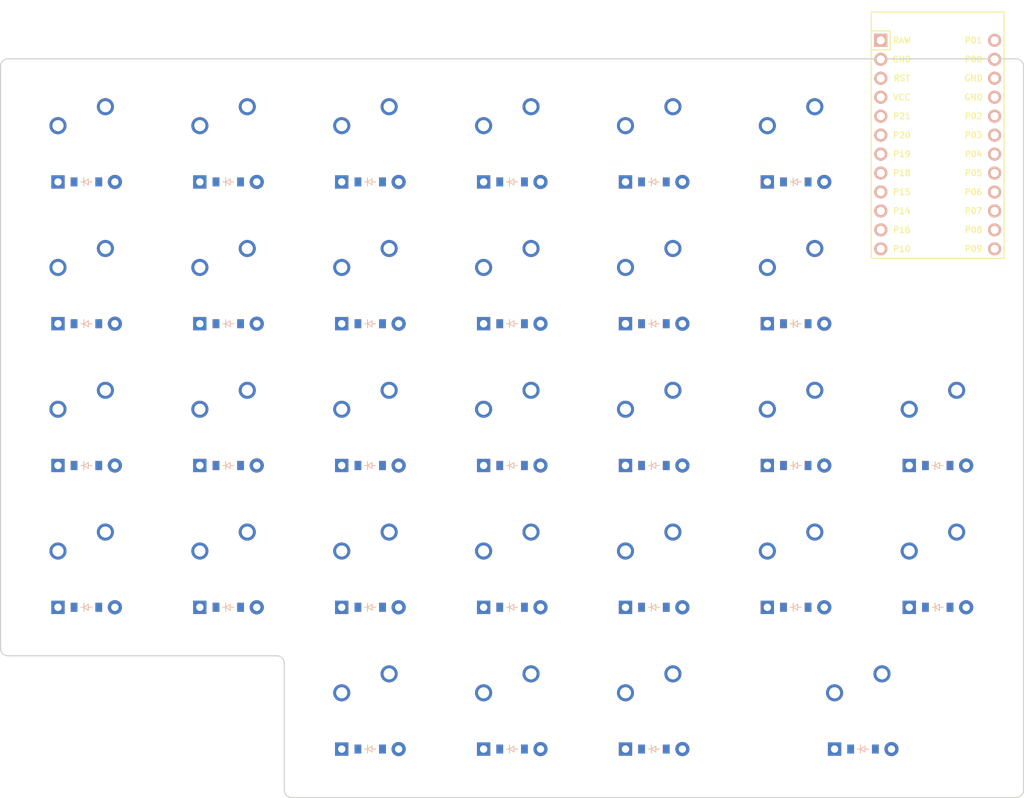
<source format=kicad_pcb>


(kicad_pcb (version 20171130) (host pcbnew 5.1.6)

  (page A3)
  (title_block
    (title "nitsud")
    (rev "v1.0.0")
    (company "Unknown")
  )

  (general
    (thickness 1.6)
  )

  (layers
    (0 F.Cu signal)
    (31 B.Cu signal)
    (32 B.Adhes user)
    (33 F.Adhes user)
    (34 B.Paste user)
    (35 F.Paste user)
    (36 B.SilkS user)
    (37 F.SilkS user)
    (38 B.Mask user)
    (39 F.Mask user)
    (40 Dwgs.User user)
    (41 Cmts.User user)
    (42 Eco1.User user)
    (43 Eco2.User user)
    (44 Edge.Cuts user)
    (45 Margin user)
    (46 B.CrtYd user)
    (47 F.CrtYd user)
    (48 B.Fab user)
    (49 F.Fab user)
  )

  (setup
    (last_trace_width 0.25)
    (trace_clearance 0.2)
    (zone_clearance 0.508)
    (zone_45_only no)
    (trace_min 0.2)
    (via_size 0.8)
    (via_drill 0.4)
    (via_min_size 0.4)
    (via_min_drill 0.3)
    (uvia_size 0.3)
    (uvia_drill 0.1)
    (uvias_allowed no)
    (uvia_min_size 0.2)
    (uvia_min_drill 0.1)
    (edge_width 0.05)
    (segment_width 0.2)
    (pcb_text_width 0.3)
    (pcb_text_size 1.5 1.5)
    (mod_edge_width 0.12)
    (mod_text_size 1 1)
    (mod_text_width 0.15)
    (pad_size 1.524 1.524)
    (pad_drill 0.762)
    (pad_to_mask_clearance 0.05)
    (aux_axis_origin 0 0)
    (visible_elements FFFFFF7F)
    (pcbplotparams
      (layerselection 0x010fc_ffffffff)
      (usegerberextensions false)
      (usegerberattributes true)
      (usegerberadvancedattributes true)
      (creategerberjobfile true)
      (excludeedgelayer true)
      (linewidth 0.100000)
      (plotframeref false)
      (viasonmask false)
      (mode 1)
      (useauxorigin false)
      (hpglpennumber 1)
      (hpglpenspeed 20)
      (hpglpendiameter 15.000000)
      (psnegative false)
      (psa4output false)
      (plotreference true)
      (plotvalue true)
      (plotinvisibletext false)
      (padsonsilk false)
      (subtractmaskfromsilk false)
      (outputformat 1)
      (mirror false)
      (drillshape 1)
      (scaleselection 1)
      (outputdirectory ""))
  )

  (net 0 "")
(net 1 "pinky_bottom")
(net 2 "pinky_home")
(net 3 "pinky_middle")
(net 4 "pinky_top")
(net 5 "ring_bottom")
(net 6 "ring_home")
(net 7 "ring_middle")
(net 8 "ring_top")
(net 9 "middle_bottom")
(net 10 "middle_home")
(net 11 "middle_middle")
(net 12 "middle_top")
(net 13 "index_bottom")
(net 14 "index_home")
(net 15 "index_middle")
(net 16 "index_top")
(net 17 "inner_bottom")
(net 18 "inner_home")
(net 19 "inner_middle")
(net 20 "inner_top")
(net 21 "outer_bottom")
(net 22 "outer_home")
(net 23 "outer_middle")
(net 24 "outer_top")
(net 25 "mostouter_bottom")
(net 26 "mostouter_home")
(net 27 "near_default")
(net 28 "home_default")
(net 29 "far_default")
(net 30 "morefar_default")
(net 31 "RAW")
(net 32 "GND")
(net 33 "RST")
(net 34 "VCC")
(net 35 "P21")
(net 36 "P20")
(net 37 "P19")
(net 38 "P18")
(net 39 "P15")
(net 40 "P14")
(net 41 "P16")
(net 42 "P10")
(net 43 "P1")
(net 44 "P0")
(net 45 "P2")
(net 46 "P3")
(net 47 "P4")
(net 48 "P5")
(net 49 "P6")
(net 50 "P7")
(net 51 "P8")
(net 52 "P9")

  (net_class Default "This is the default net class."
    (clearance 0.2)
    (trace_width 0.25)
    (via_dia 0.8)
    (via_drill 0.4)
    (uvia_dia 0.3)
    (uvia_drill 0.1)
    (add_net "")
(add_net "pinky_bottom")
(add_net "pinky_home")
(add_net "pinky_middle")
(add_net "pinky_top")
(add_net "ring_bottom")
(add_net "ring_home")
(add_net "ring_middle")
(add_net "ring_top")
(add_net "middle_bottom")
(add_net "middle_home")
(add_net "middle_middle")
(add_net "middle_top")
(add_net "index_bottom")
(add_net "index_home")
(add_net "index_middle")
(add_net "index_top")
(add_net "inner_bottom")
(add_net "inner_home")
(add_net "inner_middle")
(add_net "inner_top")
(add_net "outer_bottom")
(add_net "outer_home")
(add_net "outer_middle")
(add_net "outer_top")
(add_net "mostouter_bottom")
(add_net "mostouter_home")
(add_net "near_default")
(add_net "home_default")
(add_net "far_default")
(add_net "morefar_default")
(add_net "RAW")
(add_net "GND")
(add_net "RST")
(add_net "VCC")
(add_net "P21")
(add_net "P20")
(add_net "P19")
(add_net "P18")
(add_net "P15")
(add_net "P14")
(add_net "P16")
(add_net "P10")
(add_net "P1")
(add_net "P0")
(add_net "P2")
(add_net "P3")
(add_net "P4")
(add_net "P5")
(add_net "P6")
(add_net "P7")
(add_net "P8")
(add_net "P9")
  )

  
        
      (module MX (layer F.Cu) (tedit 5DD4F656)
      (at 0 0 0)

      
      (fp_text reference "S1" (at 0 0) (layer F.SilkS) hide (effects (font (size 1.27 1.27) (thickness 0.15))))
      (fp_text value "" (at 0 0) (layer F.SilkS) hide (effects (font (size 1.27 1.27) (thickness 0.15))))

      
      (fp_line (start -7 -6) (end -7 -7) (layer Dwgs.User) (width 0.15))
      (fp_line (start -7 7) (end -6 7) (layer Dwgs.User) (width 0.15))
      (fp_line (start -6 -7) (end -7 -7) (layer Dwgs.User) (width 0.15))
      (fp_line (start -7 7) (end -7 6) (layer Dwgs.User) (width 0.15))
      (fp_line (start 7 6) (end 7 7) (layer Dwgs.User) (width 0.15))
      (fp_line (start 7 -7) (end 6 -7) (layer Dwgs.User) (width 0.15))
      (fp_line (start 6 7) (end 7 7) (layer Dwgs.User) (width 0.15))
      (fp_line (start 7 -7) (end 7 -6) (layer Dwgs.User) (width 0.15))
    
      
      (pad "" np_thru_hole circle (at 0 0) (size 3.9878 3.9878) (drill 3.9878) (layers *.Cu *.Mask))

      
      (pad "" np_thru_hole circle (at 5.08 0) (size 1.7018 1.7018) (drill 1.7018) (layers *.Cu *.Mask))
      (pad "" np_thru_hole circle (at -5.08 0) (size 1.7018 1.7018) (drill 1.7018) (layers *.Cu *.Mask))
      
        
      
      (fp_line (start -9.5 -9.5) (end 9.5 -9.5) (layer Dwgs.User) (width 0.15))
      (fp_line (start 9.5 -9.5) (end 9.5 9.5) (layer Dwgs.User) (width 0.15))
      (fp_line (start 9.5 9.5) (end -9.5 9.5) (layer Dwgs.User) (width 0.15))
      (fp_line (start -9.5 9.5) (end -9.5 -9.5) (layer Dwgs.User) (width 0.15))
      
        
            
            (pad 1 thru_hole circle (at 2.54 -5.08) (size 2.286 2.286) (drill 1.4986) (layers *.Cu *.Mask) (net 0 ""))
            (pad 2 thru_hole circle (at -3.81 -2.54) (size 2.286 2.286) (drill 1.4986) (layers *.Cu *.Mask) (net 1 "pinky_bottom"))
          )
        

        
      (module MX (layer F.Cu) (tedit 5DD4F656)
      (at 0 -19 0)

      
      (fp_text reference "S2" (at 0 0) (layer F.SilkS) hide (effects (font (size 1.27 1.27) (thickness 0.15))))
      (fp_text value "" (at 0 0) (layer F.SilkS) hide (effects (font (size 1.27 1.27) (thickness 0.15))))

      
      (fp_line (start -7 -6) (end -7 -7) (layer Dwgs.User) (width 0.15))
      (fp_line (start -7 7) (end -6 7) (layer Dwgs.User) (width 0.15))
      (fp_line (start -6 -7) (end -7 -7) (layer Dwgs.User) (width 0.15))
      (fp_line (start -7 7) (end -7 6) (layer Dwgs.User) (width 0.15))
      (fp_line (start 7 6) (end 7 7) (layer Dwgs.User) (width 0.15))
      (fp_line (start 7 -7) (end 6 -7) (layer Dwgs.User) (width 0.15))
      (fp_line (start 6 7) (end 7 7) (layer Dwgs.User) (width 0.15))
      (fp_line (start 7 -7) (end 7 -6) (layer Dwgs.User) (width 0.15))
    
      
      (pad "" np_thru_hole circle (at 0 0) (size 3.9878 3.9878) (drill 3.9878) (layers *.Cu *.Mask))

      
      (pad "" np_thru_hole circle (at 5.08 0) (size 1.7018 1.7018) (drill 1.7018) (layers *.Cu *.Mask))
      (pad "" np_thru_hole circle (at -5.08 0) (size 1.7018 1.7018) (drill 1.7018) (layers *.Cu *.Mask))
      
        
      
      (fp_line (start -9.5 -9.5) (end 9.5 -9.5) (layer Dwgs.User) (width 0.15))
      (fp_line (start 9.5 -9.5) (end 9.5 9.5) (layer Dwgs.User) (width 0.15))
      (fp_line (start 9.5 9.5) (end -9.5 9.5) (layer Dwgs.User) (width 0.15))
      (fp_line (start -9.5 9.5) (end -9.5 -9.5) (layer Dwgs.User) (width 0.15))
      
        
            
            (pad 1 thru_hole circle (at 2.54 -5.08) (size 2.286 2.286) (drill 1.4986) (layers *.Cu *.Mask) (net 0 ""))
            (pad 2 thru_hole circle (at -3.81 -2.54) (size 2.286 2.286) (drill 1.4986) (layers *.Cu *.Mask) (net 2 "pinky_home"))
          )
        

        
      (module MX (layer F.Cu) (tedit 5DD4F656)
      (at 0 -38 0)

      
      (fp_text reference "S3" (at 0 0) (layer F.SilkS) hide (effects (font (size 1.27 1.27) (thickness 0.15))))
      (fp_text value "" (at 0 0) (layer F.SilkS) hide (effects (font (size 1.27 1.27) (thickness 0.15))))

      
      (fp_line (start -7 -6) (end -7 -7) (layer Dwgs.User) (width 0.15))
      (fp_line (start -7 7) (end -6 7) (layer Dwgs.User) (width 0.15))
      (fp_line (start -6 -7) (end -7 -7) (layer Dwgs.User) (width 0.15))
      (fp_line (start -7 7) (end -7 6) (layer Dwgs.User) (width 0.15))
      (fp_line (start 7 6) (end 7 7) (layer Dwgs.User) (width 0.15))
      (fp_line (start 7 -7) (end 6 -7) (layer Dwgs.User) (width 0.15))
      (fp_line (start 6 7) (end 7 7) (layer Dwgs.User) (width 0.15))
      (fp_line (start 7 -7) (end 7 -6) (layer Dwgs.User) (width 0.15))
    
      
      (pad "" np_thru_hole circle (at 0 0) (size 3.9878 3.9878) (drill 3.9878) (layers *.Cu *.Mask))

      
      (pad "" np_thru_hole circle (at 5.08 0) (size 1.7018 1.7018) (drill 1.7018) (layers *.Cu *.Mask))
      (pad "" np_thru_hole circle (at -5.08 0) (size 1.7018 1.7018) (drill 1.7018) (layers *.Cu *.Mask))
      
        
      
      (fp_line (start -9.5 -9.5) (end 9.5 -9.5) (layer Dwgs.User) (width 0.15))
      (fp_line (start 9.5 -9.5) (end 9.5 9.5) (layer Dwgs.User) (width 0.15))
      (fp_line (start 9.5 9.5) (end -9.5 9.5) (layer Dwgs.User) (width 0.15))
      (fp_line (start -9.5 9.5) (end -9.5 -9.5) (layer Dwgs.User) (width 0.15))
      
        
            
            (pad 1 thru_hole circle (at 2.54 -5.08) (size 2.286 2.286) (drill 1.4986) (layers *.Cu *.Mask) (net 0 ""))
            (pad 2 thru_hole circle (at -3.81 -2.54) (size 2.286 2.286) (drill 1.4986) (layers *.Cu *.Mask) (net 3 "pinky_middle"))
          )
        

        
      (module MX (layer F.Cu) (tedit 5DD4F656)
      (at 0 -57 0)

      
      (fp_text reference "S4" (at 0 0) (layer F.SilkS) hide (effects (font (size 1.27 1.27) (thickness 0.15))))
      (fp_text value "" (at 0 0) (layer F.SilkS) hide (effects (font (size 1.27 1.27) (thickness 0.15))))

      
      (fp_line (start -7 -6) (end -7 -7) (layer Dwgs.User) (width 0.15))
      (fp_line (start -7 7) (end -6 7) (layer Dwgs.User) (width 0.15))
      (fp_line (start -6 -7) (end -7 -7) (layer Dwgs.User) (width 0.15))
      (fp_line (start -7 7) (end -7 6) (layer Dwgs.User) (width 0.15))
      (fp_line (start 7 6) (end 7 7) (layer Dwgs.User) (width 0.15))
      (fp_line (start 7 -7) (end 6 -7) (layer Dwgs.User) (width 0.15))
      (fp_line (start 6 7) (end 7 7) (layer Dwgs.User) (width 0.15))
      (fp_line (start 7 -7) (end 7 -6) (layer Dwgs.User) (width 0.15))
    
      
      (pad "" np_thru_hole circle (at 0 0) (size 3.9878 3.9878) (drill 3.9878) (layers *.Cu *.Mask))

      
      (pad "" np_thru_hole circle (at 5.08 0) (size 1.7018 1.7018) (drill 1.7018) (layers *.Cu *.Mask))
      (pad "" np_thru_hole circle (at -5.08 0) (size 1.7018 1.7018) (drill 1.7018) (layers *.Cu *.Mask))
      
        
      
      (fp_line (start -9.5 -9.5) (end 9.5 -9.5) (layer Dwgs.User) (width 0.15))
      (fp_line (start 9.5 -9.5) (end 9.5 9.5) (layer Dwgs.User) (width 0.15))
      (fp_line (start 9.5 9.5) (end -9.5 9.5) (layer Dwgs.User) (width 0.15))
      (fp_line (start -9.5 9.5) (end -9.5 -9.5) (layer Dwgs.User) (width 0.15))
      
        
            
            (pad 1 thru_hole circle (at 2.54 -5.08) (size 2.286 2.286) (drill 1.4986) (layers *.Cu *.Mask) (net 0 ""))
            (pad 2 thru_hole circle (at -3.81 -2.54) (size 2.286 2.286) (drill 1.4986) (layers *.Cu *.Mask) (net 4 "pinky_top"))
          )
        

        
      (module MX (layer F.Cu) (tedit 5DD4F656)
      (at 19 0 0)

      
      (fp_text reference "S5" (at 0 0) (layer F.SilkS) hide (effects (font (size 1.27 1.27) (thickness 0.15))))
      (fp_text value "" (at 0 0) (layer F.SilkS) hide (effects (font (size 1.27 1.27) (thickness 0.15))))

      
      (fp_line (start -7 -6) (end -7 -7) (layer Dwgs.User) (width 0.15))
      (fp_line (start -7 7) (end -6 7) (layer Dwgs.User) (width 0.15))
      (fp_line (start -6 -7) (end -7 -7) (layer Dwgs.User) (width 0.15))
      (fp_line (start -7 7) (end -7 6) (layer Dwgs.User) (width 0.15))
      (fp_line (start 7 6) (end 7 7) (layer Dwgs.User) (width 0.15))
      (fp_line (start 7 -7) (end 6 -7) (layer Dwgs.User) (width 0.15))
      (fp_line (start 6 7) (end 7 7) (layer Dwgs.User) (width 0.15))
      (fp_line (start 7 -7) (end 7 -6) (layer Dwgs.User) (width 0.15))
    
      
      (pad "" np_thru_hole circle (at 0 0) (size 3.9878 3.9878) (drill 3.9878) (layers *.Cu *.Mask))

      
      (pad "" np_thru_hole circle (at 5.08 0) (size 1.7018 1.7018) (drill 1.7018) (layers *.Cu *.Mask))
      (pad "" np_thru_hole circle (at -5.08 0) (size 1.7018 1.7018) (drill 1.7018) (layers *.Cu *.Mask))
      
        
      
      (fp_line (start -9.5 -9.5) (end 9.5 -9.5) (layer Dwgs.User) (width 0.15))
      (fp_line (start 9.5 -9.5) (end 9.5 9.5) (layer Dwgs.User) (width 0.15))
      (fp_line (start 9.5 9.5) (end -9.5 9.5) (layer Dwgs.User) (width 0.15))
      (fp_line (start -9.5 9.5) (end -9.5 -9.5) (layer Dwgs.User) (width 0.15))
      
        
            
            (pad 1 thru_hole circle (at 2.54 -5.08) (size 2.286 2.286) (drill 1.4986) (layers *.Cu *.Mask) (net 0 ""))
            (pad 2 thru_hole circle (at -3.81 -2.54) (size 2.286 2.286) (drill 1.4986) (layers *.Cu *.Mask) (net 5 "ring_bottom"))
          )
        

        
      (module MX (layer F.Cu) (tedit 5DD4F656)
      (at 19 -19 0)

      
      (fp_text reference "S6" (at 0 0) (layer F.SilkS) hide (effects (font (size 1.27 1.27) (thickness 0.15))))
      (fp_text value "" (at 0 0) (layer F.SilkS) hide (effects (font (size 1.27 1.27) (thickness 0.15))))

      
      (fp_line (start -7 -6) (end -7 -7) (layer Dwgs.User) (width 0.15))
      (fp_line (start -7 7) (end -6 7) (layer Dwgs.User) (width 0.15))
      (fp_line (start -6 -7) (end -7 -7) (layer Dwgs.User) (width 0.15))
      (fp_line (start -7 7) (end -7 6) (layer Dwgs.User) (width 0.15))
      (fp_line (start 7 6) (end 7 7) (layer Dwgs.User) (width 0.15))
      (fp_line (start 7 -7) (end 6 -7) (layer Dwgs.User) (width 0.15))
      (fp_line (start 6 7) (end 7 7) (layer Dwgs.User) (width 0.15))
      (fp_line (start 7 -7) (end 7 -6) (layer Dwgs.User) (width 0.15))
    
      
      (pad "" np_thru_hole circle (at 0 0) (size 3.9878 3.9878) (drill 3.9878) (layers *.Cu *.Mask))

      
      (pad "" np_thru_hole circle (at 5.08 0) (size 1.7018 1.7018) (drill 1.7018) (layers *.Cu *.Mask))
      (pad "" np_thru_hole circle (at -5.08 0) (size 1.7018 1.7018) (drill 1.7018) (layers *.Cu *.Mask))
      
        
      
      (fp_line (start -9.5 -9.5) (end 9.5 -9.5) (layer Dwgs.User) (width 0.15))
      (fp_line (start 9.5 -9.5) (end 9.5 9.5) (layer Dwgs.User) (width 0.15))
      (fp_line (start 9.5 9.5) (end -9.5 9.5) (layer Dwgs.User) (width 0.15))
      (fp_line (start -9.5 9.5) (end -9.5 -9.5) (layer Dwgs.User) (width 0.15))
      
        
            
            (pad 1 thru_hole circle (at 2.54 -5.08) (size 2.286 2.286) (drill 1.4986) (layers *.Cu *.Mask) (net 0 ""))
            (pad 2 thru_hole circle (at -3.81 -2.54) (size 2.286 2.286) (drill 1.4986) (layers *.Cu *.Mask) (net 6 "ring_home"))
          )
        

        
      (module MX (layer F.Cu) (tedit 5DD4F656)
      (at 19 -38 0)

      
      (fp_text reference "S7" (at 0 0) (layer F.SilkS) hide (effects (font (size 1.27 1.27) (thickness 0.15))))
      (fp_text value "" (at 0 0) (layer F.SilkS) hide (effects (font (size 1.27 1.27) (thickness 0.15))))

      
      (fp_line (start -7 -6) (end -7 -7) (layer Dwgs.User) (width 0.15))
      (fp_line (start -7 7) (end -6 7) (layer Dwgs.User) (width 0.15))
      (fp_line (start -6 -7) (end -7 -7) (layer Dwgs.User) (width 0.15))
      (fp_line (start -7 7) (end -7 6) (layer Dwgs.User) (width 0.15))
      (fp_line (start 7 6) (end 7 7) (layer Dwgs.User) (width 0.15))
      (fp_line (start 7 -7) (end 6 -7) (layer Dwgs.User) (width 0.15))
      (fp_line (start 6 7) (end 7 7) (layer Dwgs.User) (width 0.15))
      (fp_line (start 7 -7) (end 7 -6) (layer Dwgs.User) (width 0.15))
    
      
      (pad "" np_thru_hole circle (at 0 0) (size 3.9878 3.9878) (drill 3.9878) (layers *.Cu *.Mask))

      
      (pad "" np_thru_hole circle (at 5.08 0) (size 1.7018 1.7018) (drill 1.7018) (layers *.Cu *.Mask))
      (pad "" np_thru_hole circle (at -5.08 0) (size 1.7018 1.7018) (drill 1.7018) (layers *.Cu *.Mask))
      
        
      
      (fp_line (start -9.5 -9.5) (end 9.5 -9.5) (layer Dwgs.User) (width 0.15))
      (fp_line (start 9.5 -9.5) (end 9.5 9.5) (layer Dwgs.User) (width 0.15))
      (fp_line (start 9.5 9.5) (end -9.5 9.5) (layer Dwgs.User) (width 0.15))
      (fp_line (start -9.5 9.5) (end -9.5 -9.5) (layer Dwgs.User) (width 0.15))
      
        
            
            (pad 1 thru_hole circle (at 2.54 -5.08) (size 2.286 2.286) (drill 1.4986) (layers *.Cu *.Mask) (net 0 ""))
            (pad 2 thru_hole circle (at -3.81 -2.54) (size 2.286 2.286) (drill 1.4986) (layers *.Cu *.Mask) (net 7 "ring_middle"))
          )
        

        
      (module MX (layer F.Cu) (tedit 5DD4F656)
      (at 19 -57 0)

      
      (fp_text reference "S8" (at 0 0) (layer F.SilkS) hide (effects (font (size 1.27 1.27) (thickness 0.15))))
      (fp_text value "" (at 0 0) (layer F.SilkS) hide (effects (font (size 1.27 1.27) (thickness 0.15))))

      
      (fp_line (start -7 -6) (end -7 -7) (layer Dwgs.User) (width 0.15))
      (fp_line (start -7 7) (end -6 7) (layer Dwgs.User) (width 0.15))
      (fp_line (start -6 -7) (end -7 -7) (layer Dwgs.User) (width 0.15))
      (fp_line (start -7 7) (end -7 6) (layer Dwgs.User) (width 0.15))
      (fp_line (start 7 6) (end 7 7) (layer Dwgs.User) (width 0.15))
      (fp_line (start 7 -7) (end 6 -7) (layer Dwgs.User) (width 0.15))
      (fp_line (start 6 7) (end 7 7) (layer Dwgs.User) (width 0.15))
      (fp_line (start 7 -7) (end 7 -6) (layer Dwgs.User) (width 0.15))
    
      
      (pad "" np_thru_hole circle (at 0 0) (size 3.9878 3.9878) (drill 3.9878) (layers *.Cu *.Mask))

      
      (pad "" np_thru_hole circle (at 5.08 0) (size 1.7018 1.7018) (drill 1.7018) (layers *.Cu *.Mask))
      (pad "" np_thru_hole circle (at -5.08 0) (size 1.7018 1.7018) (drill 1.7018) (layers *.Cu *.Mask))
      
        
      
      (fp_line (start -9.5 -9.5) (end 9.5 -9.5) (layer Dwgs.User) (width 0.15))
      (fp_line (start 9.5 -9.5) (end 9.5 9.5) (layer Dwgs.User) (width 0.15))
      (fp_line (start 9.5 9.5) (end -9.5 9.5) (layer Dwgs.User) (width 0.15))
      (fp_line (start -9.5 9.5) (end -9.5 -9.5) (layer Dwgs.User) (width 0.15))
      
        
            
            (pad 1 thru_hole circle (at 2.54 -5.08) (size 2.286 2.286) (drill 1.4986) (layers *.Cu *.Mask) (net 0 ""))
            (pad 2 thru_hole circle (at -3.81 -2.54) (size 2.286 2.286) (drill 1.4986) (layers *.Cu *.Mask) (net 8 "ring_top"))
          )
        

        
      (module MX (layer F.Cu) (tedit 5DD4F656)
      (at 38 0 0)

      
      (fp_text reference "S9" (at 0 0) (layer F.SilkS) hide (effects (font (size 1.27 1.27) (thickness 0.15))))
      (fp_text value "" (at 0 0) (layer F.SilkS) hide (effects (font (size 1.27 1.27) (thickness 0.15))))

      
      (fp_line (start -7 -6) (end -7 -7) (layer Dwgs.User) (width 0.15))
      (fp_line (start -7 7) (end -6 7) (layer Dwgs.User) (width 0.15))
      (fp_line (start -6 -7) (end -7 -7) (layer Dwgs.User) (width 0.15))
      (fp_line (start -7 7) (end -7 6) (layer Dwgs.User) (width 0.15))
      (fp_line (start 7 6) (end 7 7) (layer Dwgs.User) (width 0.15))
      (fp_line (start 7 -7) (end 6 -7) (layer Dwgs.User) (width 0.15))
      (fp_line (start 6 7) (end 7 7) (layer Dwgs.User) (width 0.15))
      (fp_line (start 7 -7) (end 7 -6) (layer Dwgs.User) (width 0.15))
    
      
      (pad "" np_thru_hole circle (at 0 0) (size 3.9878 3.9878) (drill 3.9878) (layers *.Cu *.Mask))

      
      (pad "" np_thru_hole circle (at 5.08 0) (size 1.7018 1.7018) (drill 1.7018) (layers *.Cu *.Mask))
      (pad "" np_thru_hole circle (at -5.08 0) (size 1.7018 1.7018) (drill 1.7018) (layers *.Cu *.Mask))
      
        
      
      (fp_line (start -9.5 -9.5) (end 9.5 -9.5) (layer Dwgs.User) (width 0.15))
      (fp_line (start 9.5 -9.5) (end 9.5 9.5) (layer Dwgs.User) (width 0.15))
      (fp_line (start 9.5 9.5) (end -9.5 9.5) (layer Dwgs.User) (width 0.15))
      (fp_line (start -9.5 9.5) (end -9.5 -9.5) (layer Dwgs.User) (width 0.15))
      
        
            
            (pad 1 thru_hole circle (at 2.54 -5.08) (size 2.286 2.286) (drill 1.4986) (layers *.Cu *.Mask) (net 0 ""))
            (pad 2 thru_hole circle (at -3.81 -2.54) (size 2.286 2.286) (drill 1.4986) (layers *.Cu *.Mask) (net 9 "middle_bottom"))
          )
        

        
      (module MX (layer F.Cu) (tedit 5DD4F656)
      (at 38 -19 0)

      
      (fp_text reference "S10" (at 0 0) (layer F.SilkS) hide (effects (font (size 1.27 1.27) (thickness 0.15))))
      (fp_text value "" (at 0 0) (layer F.SilkS) hide (effects (font (size 1.27 1.27) (thickness 0.15))))

      
      (fp_line (start -7 -6) (end -7 -7) (layer Dwgs.User) (width 0.15))
      (fp_line (start -7 7) (end -6 7) (layer Dwgs.User) (width 0.15))
      (fp_line (start -6 -7) (end -7 -7) (layer Dwgs.User) (width 0.15))
      (fp_line (start -7 7) (end -7 6) (layer Dwgs.User) (width 0.15))
      (fp_line (start 7 6) (end 7 7) (layer Dwgs.User) (width 0.15))
      (fp_line (start 7 -7) (end 6 -7) (layer Dwgs.User) (width 0.15))
      (fp_line (start 6 7) (end 7 7) (layer Dwgs.User) (width 0.15))
      (fp_line (start 7 -7) (end 7 -6) (layer Dwgs.User) (width 0.15))
    
      
      (pad "" np_thru_hole circle (at 0 0) (size 3.9878 3.9878) (drill 3.9878) (layers *.Cu *.Mask))

      
      (pad "" np_thru_hole circle (at 5.08 0) (size 1.7018 1.7018) (drill 1.7018) (layers *.Cu *.Mask))
      (pad "" np_thru_hole circle (at -5.08 0) (size 1.7018 1.7018) (drill 1.7018) (layers *.Cu *.Mask))
      
        
      
      (fp_line (start -9.5 -9.5) (end 9.5 -9.5) (layer Dwgs.User) (width 0.15))
      (fp_line (start 9.5 -9.5) (end 9.5 9.5) (layer Dwgs.User) (width 0.15))
      (fp_line (start 9.5 9.5) (end -9.5 9.5) (layer Dwgs.User) (width 0.15))
      (fp_line (start -9.5 9.5) (end -9.5 -9.5) (layer Dwgs.User) (width 0.15))
      
        
            
            (pad 1 thru_hole circle (at 2.54 -5.08) (size 2.286 2.286) (drill 1.4986) (layers *.Cu *.Mask) (net 0 ""))
            (pad 2 thru_hole circle (at -3.81 -2.54) (size 2.286 2.286) (drill 1.4986) (layers *.Cu *.Mask) (net 10 "middle_home"))
          )
        

        
      (module MX (layer F.Cu) (tedit 5DD4F656)
      (at 38 -38 0)

      
      (fp_text reference "S11" (at 0 0) (layer F.SilkS) hide (effects (font (size 1.27 1.27) (thickness 0.15))))
      (fp_text value "" (at 0 0) (layer F.SilkS) hide (effects (font (size 1.27 1.27) (thickness 0.15))))

      
      (fp_line (start -7 -6) (end -7 -7) (layer Dwgs.User) (width 0.15))
      (fp_line (start -7 7) (end -6 7) (layer Dwgs.User) (width 0.15))
      (fp_line (start -6 -7) (end -7 -7) (layer Dwgs.User) (width 0.15))
      (fp_line (start -7 7) (end -7 6) (layer Dwgs.User) (width 0.15))
      (fp_line (start 7 6) (end 7 7) (layer Dwgs.User) (width 0.15))
      (fp_line (start 7 -7) (end 6 -7) (layer Dwgs.User) (width 0.15))
      (fp_line (start 6 7) (end 7 7) (layer Dwgs.User) (width 0.15))
      (fp_line (start 7 -7) (end 7 -6) (layer Dwgs.User) (width 0.15))
    
      
      (pad "" np_thru_hole circle (at 0 0) (size 3.9878 3.9878) (drill 3.9878) (layers *.Cu *.Mask))

      
      (pad "" np_thru_hole circle (at 5.08 0) (size 1.7018 1.7018) (drill 1.7018) (layers *.Cu *.Mask))
      (pad "" np_thru_hole circle (at -5.08 0) (size 1.7018 1.7018) (drill 1.7018) (layers *.Cu *.Mask))
      
        
      
      (fp_line (start -9.5 -9.5) (end 9.5 -9.5) (layer Dwgs.User) (width 0.15))
      (fp_line (start 9.5 -9.5) (end 9.5 9.5) (layer Dwgs.User) (width 0.15))
      (fp_line (start 9.5 9.5) (end -9.5 9.5) (layer Dwgs.User) (width 0.15))
      (fp_line (start -9.5 9.5) (end -9.5 -9.5) (layer Dwgs.User) (width 0.15))
      
        
            
            (pad 1 thru_hole circle (at 2.54 -5.08) (size 2.286 2.286) (drill 1.4986) (layers *.Cu *.Mask) (net 0 ""))
            (pad 2 thru_hole circle (at -3.81 -2.54) (size 2.286 2.286) (drill 1.4986) (layers *.Cu *.Mask) (net 11 "middle_middle"))
          )
        

        
      (module MX (layer F.Cu) (tedit 5DD4F656)
      (at 38 -57 0)

      
      (fp_text reference "S12" (at 0 0) (layer F.SilkS) hide (effects (font (size 1.27 1.27) (thickness 0.15))))
      (fp_text value "" (at 0 0) (layer F.SilkS) hide (effects (font (size 1.27 1.27) (thickness 0.15))))

      
      (fp_line (start -7 -6) (end -7 -7) (layer Dwgs.User) (width 0.15))
      (fp_line (start -7 7) (end -6 7) (layer Dwgs.User) (width 0.15))
      (fp_line (start -6 -7) (end -7 -7) (layer Dwgs.User) (width 0.15))
      (fp_line (start -7 7) (end -7 6) (layer Dwgs.User) (width 0.15))
      (fp_line (start 7 6) (end 7 7) (layer Dwgs.User) (width 0.15))
      (fp_line (start 7 -7) (end 6 -7) (layer Dwgs.User) (width 0.15))
      (fp_line (start 6 7) (end 7 7) (layer Dwgs.User) (width 0.15))
      (fp_line (start 7 -7) (end 7 -6) (layer Dwgs.User) (width 0.15))
    
      
      (pad "" np_thru_hole circle (at 0 0) (size 3.9878 3.9878) (drill 3.9878) (layers *.Cu *.Mask))

      
      (pad "" np_thru_hole circle (at 5.08 0) (size 1.7018 1.7018) (drill 1.7018) (layers *.Cu *.Mask))
      (pad "" np_thru_hole circle (at -5.08 0) (size 1.7018 1.7018) (drill 1.7018) (layers *.Cu *.Mask))
      
        
      
      (fp_line (start -9.5 -9.5) (end 9.5 -9.5) (layer Dwgs.User) (width 0.15))
      (fp_line (start 9.5 -9.5) (end 9.5 9.5) (layer Dwgs.User) (width 0.15))
      (fp_line (start 9.5 9.5) (end -9.5 9.5) (layer Dwgs.User) (width 0.15))
      (fp_line (start -9.5 9.5) (end -9.5 -9.5) (layer Dwgs.User) (width 0.15))
      
        
            
            (pad 1 thru_hole circle (at 2.54 -5.08) (size 2.286 2.286) (drill 1.4986) (layers *.Cu *.Mask) (net 0 ""))
            (pad 2 thru_hole circle (at -3.81 -2.54) (size 2.286 2.286) (drill 1.4986) (layers *.Cu *.Mask) (net 12 "middle_top"))
          )
        

        
      (module MX (layer F.Cu) (tedit 5DD4F656)
      (at 57 0 0)

      
      (fp_text reference "S13" (at 0 0) (layer F.SilkS) hide (effects (font (size 1.27 1.27) (thickness 0.15))))
      (fp_text value "" (at 0 0) (layer F.SilkS) hide (effects (font (size 1.27 1.27) (thickness 0.15))))

      
      (fp_line (start -7 -6) (end -7 -7) (layer Dwgs.User) (width 0.15))
      (fp_line (start -7 7) (end -6 7) (layer Dwgs.User) (width 0.15))
      (fp_line (start -6 -7) (end -7 -7) (layer Dwgs.User) (width 0.15))
      (fp_line (start -7 7) (end -7 6) (layer Dwgs.User) (width 0.15))
      (fp_line (start 7 6) (end 7 7) (layer Dwgs.User) (width 0.15))
      (fp_line (start 7 -7) (end 6 -7) (layer Dwgs.User) (width 0.15))
      (fp_line (start 6 7) (end 7 7) (layer Dwgs.User) (width 0.15))
      (fp_line (start 7 -7) (end 7 -6) (layer Dwgs.User) (width 0.15))
    
      
      (pad "" np_thru_hole circle (at 0 0) (size 3.9878 3.9878) (drill 3.9878) (layers *.Cu *.Mask))

      
      (pad "" np_thru_hole circle (at 5.08 0) (size 1.7018 1.7018) (drill 1.7018) (layers *.Cu *.Mask))
      (pad "" np_thru_hole circle (at -5.08 0) (size 1.7018 1.7018) (drill 1.7018) (layers *.Cu *.Mask))
      
        
      
      (fp_line (start -9.5 -9.5) (end 9.5 -9.5) (layer Dwgs.User) (width 0.15))
      (fp_line (start 9.5 -9.5) (end 9.5 9.5) (layer Dwgs.User) (width 0.15))
      (fp_line (start 9.5 9.5) (end -9.5 9.5) (layer Dwgs.User) (width 0.15))
      (fp_line (start -9.5 9.5) (end -9.5 -9.5) (layer Dwgs.User) (width 0.15))
      
        
            
            (pad 1 thru_hole circle (at 2.54 -5.08) (size 2.286 2.286) (drill 1.4986) (layers *.Cu *.Mask) (net 0 ""))
            (pad 2 thru_hole circle (at -3.81 -2.54) (size 2.286 2.286) (drill 1.4986) (layers *.Cu *.Mask) (net 13 "index_bottom"))
          )
        

        
      (module MX (layer F.Cu) (tedit 5DD4F656)
      (at 57 -19 0)

      
      (fp_text reference "S14" (at 0 0) (layer F.SilkS) hide (effects (font (size 1.27 1.27) (thickness 0.15))))
      (fp_text value "" (at 0 0) (layer F.SilkS) hide (effects (font (size 1.27 1.27) (thickness 0.15))))

      
      (fp_line (start -7 -6) (end -7 -7) (layer Dwgs.User) (width 0.15))
      (fp_line (start -7 7) (end -6 7) (layer Dwgs.User) (width 0.15))
      (fp_line (start -6 -7) (end -7 -7) (layer Dwgs.User) (width 0.15))
      (fp_line (start -7 7) (end -7 6) (layer Dwgs.User) (width 0.15))
      (fp_line (start 7 6) (end 7 7) (layer Dwgs.User) (width 0.15))
      (fp_line (start 7 -7) (end 6 -7) (layer Dwgs.User) (width 0.15))
      (fp_line (start 6 7) (end 7 7) (layer Dwgs.User) (width 0.15))
      (fp_line (start 7 -7) (end 7 -6) (layer Dwgs.User) (width 0.15))
    
      
      (pad "" np_thru_hole circle (at 0 0) (size 3.9878 3.9878) (drill 3.9878) (layers *.Cu *.Mask))

      
      (pad "" np_thru_hole circle (at 5.08 0) (size 1.7018 1.7018) (drill 1.7018) (layers *.Cu *.Mask))
      (pad "" np_thru_hole circle (at -5.08 0) (size 1.7018 1.7018) (drill 1.7018) (layers *.Cu *.Mask))
      
        
      
      (fp_line (start -9.5 -9.5) (end 9.5 -9.5) (layer Dwgs.User) (width 0.15))
      (fp_line (start 9.5 -9.5) (end 9.5 9.5) (layer Dwgs.User) (width 0.15))
      (fp_line (start 9.5 9.5) (end -9.5 9.5) (layer Dwgs.User) (width 0.15))
      (fp_line (start -9.5 9.5) (end -9.5 -9.5) (layer Dwgs.User) (width 0.15))
      
        
            
            (pad 1 thru_hole circle (at 2.54 -5.08) (size 2.286 2.286) (drill 1.4986) (layers *.Cu *.Mask) (net 0 ""))
            (pad 2 thru_hole circle (at -3.81 -2.54) (size 2.286 2.286) (drill 1.4986) (layers *.Cu *.Mask) (net 14 "index_home"))
          )
        

        
      (module MX (layer F.Cu) (tedit 5DD4F656)
      (at 57 -38 0)

      
      (fp_text reference "S15" (at 0 0) (layer F.SilkS) hide (effects (font (size 1.27 1.27) (thickness 0.15))))
      (fp_text value "" (at 0 0) (layer F.SilkS) hide (effects (font (size 1.27 1.27) (thickness 0.15))))

      
      (fp_line (start -7 -6) (end -7 -7) (layer Dwgs.User) (width 0.15))
      (fp_line (start -7 7) (end -6 7) (layer Dwgs.User) (width 0.15))
      (fp_line (start -6 -7) (end -7 -7) (layer Dwgs.User) (width 0.15))
      (fp_line (start -7 7) (end -7 6) (layer Dwgs.User) (width 0.15))
      (fp_line (start 7 6) (end 7 7) (layer Dwgs.User) (width 0.15))
      (fp_line (start 7 -7) (end 6 -7) (layer Dwgs.User) (width 0.15))
      (fp_line (start 6 7) (end 7 7) (layer Dwgs.User) (width 0.15))
      (fp_line (start 7 -7) (end 7 -6) (layer Dwgs.User) (width 0.15))
    
      
      (pad "" np_thru_hole circle (at 0 0) (size 3.9878 3.9878) (drill 3.9878) (layers *.Cu *.Mask))

      
      (pad "" np_thru_hole circle (at 5.08 0) (size 1.7018 1.7018) (drill 1.7018) (layers *.Cu *.Mask))
      (pad "" np_thru_hole circle (at -5.08 0) (size 1.7018 1.7018) (drill 1.7018) (layers *.Cu *.Mask))
      
        
      
      (fp_line (start -9.5 -9.5) (end 9.5 -9.5) (layer Dwgs.User) (width 0.15))
      (fp_line (start 9.5 -9.5) (end 9.5 9.5) (layer Dwgs.User) (width 0.15))
      (fp_line (start 9.5 9.5) (end -9.5 9.5) (layer Dwgs.User) (width 0.15))
      (fp_line (start -9.5 9.5) (end -9.5 -9.5) (layer Dwgs.User) (width 0.15))
      
        
            
            (pad 1 thru_hole circle (at 2.54 -5.08) (size 2.286 2.286) (drill 1.4986) (layers *.Cu *.Mask) (net 0 ""))
            (pad 2 thru_hole circle (at -3.81 -2.54) (size 2.286 2.286) (drill 1.4986) (layers *.Cu *.Mask) (net 15 "index_middle"))
          )
        

        
      (module MX (layer F.Cu) (tedit 5DD4F656)
      (at 57 -57 0)

      
      (fp_text reference "S16" (at 0 0) (layer F.SilkS) hide (effects (font (size 1.27 1.27) (thickness 0.15))))
      (fp_text value "" (at 0 0) (layer F.SilkS) hide (effects (font (size 1.27 1.27) (thickness 0.15))))

      
      (fp_line (start -7 -6) (end -7 -7) (layer Dwgs.User) (width 0.15))
      (fp_line (start -7 7) (end -6 7) (layer Dwgs.User) (width 0.15))
      (fp_line (start -6 -7) (end -7 -7) (layer Dwgs.User) (width 0.15))
      (fp_line (start -7 7) (end -7 6) (layer Dwgs.User) (width 0.15))
      (fp_line (start 7 6) (end 7 7) (layer Dwgs.User) (width 0.15))
      (fp_line (start 7 -7) (end 6 -7) (layer Dwgs.User) (width 0.15))
      (fp_line (start 6 7) (end 7 7) (layer Dwgs.User) (width 0.15))
      (fp_line (start 7 -7) (end 7 -6) (layer Dwgs.User) (width 0.15))
    
      
      (pad "" np_thru_hole circle (at 0 0) (size 3.9878 3.9878) (drill 3.9878) (layers *.Cu *.Mask))

      
      (pad "" np_thru_hole circle (at 5.08 0) (size 1.7018 1.7018) (drill 1.7018) (layers *.Cu *.Mask))
      (pad "" np_thru_hole circle (at -5.08 0) (size 1.7018 1.7018) (drill 1.7018) (layers *.Cu *.Mask))
      
        
      
      (fp_line (start -9.5 -9.5) (end 9.5 -9.5) (layer Dwgs.User) (width 0.15))
      (fp_line (start 9.5 -9.5) (end 9.5 9.5) (layer Dwgs.User) (width 0.15))
      (fp_line (start 9.5 9.5) (end -9.5 9.5) (layer Dwgs.User) (width 0.15))
      (fp_line (start -9.5 9.5) (end -9.5 -9.5) (layer Dwgs.User) (width 0.15))
      
        
            
            (pad 1 thru_hole circle (at 2.54 -5.08) (size 2.286 2.286) (drill 1.4986) (layers *.Cu *.Mask) (net 0 ""))
            (pad 2 thru_hole circle (at -3.81 -2.54) (size 2.286 2.286) (drill 1.4986) (layers *.Cu *.Mask) (net 16 "index_top"))
          )
        

        
      (module MX (layer F.Cu) (tedit 5DD4F656)
      (at 76 0 0)

      
      (fp_text reference "S17" (at 0 0) (layer F.SilkS) hide (effects (font (size 1.27 1.27) (thickness 0.15))))
      (fp_text value "" (at 0 0) (layer F.SilkS) hide (effects (font (size 1.27 1.27) (thickness 0.15))))

      
      (fp_line (start -7 -6) (end -7 -7) (layer Dwgs.User) (width 0.15))
      (fp_line (start -7 7) (end -6 7) (layer Dwgs.User) (width 0.15))
      (fp_line (start -6 -7) (end -7 -7) (layer Dwgs.User) (width 0.15))
      (fp_line (start -7 7) (end -7 6) (layer Dwgs.User) (width 0.15))
      (fp_line (start 7 6) (end 7 7) (layer Dwgs.User) (width 0.15))
      (fp_line (start 7 -7) (end 6 -7) (layer Dwgs.User) (width 0.15))
      (fp_line (start 6 7) (end 7 7) (layer Dwgs.User) (width 0.15))
      (fp_line (start 7 -7) (end 7 -6) (layer Dwgs.User) (width 0.15))
    
      
      (pad "" np_thru_hole circle (at 0 0) (size 3.9878 3.9878) (drill 3.9878) (layers *.Cu *.Mask))

      
      (pad "" np_thru_hole circle (at 5.08 0) (size 1.7018 1.7018) (drill 1.7018) (layers *.Cu *.Mask))
      (pad "" np_thru_hole circle (at -5.08 0) (size 1.7018 1.7018) (drill 1.7018) (layers *.Cu *.Mask))
      
        
      
      (fp_line (start -9.5 -9.5) (end 9.5 -9.5) (layer Dwgs.User) (width 0.15))
      (fp_line (start 9.5 -9.5) (end 9.5 9.5) (layer Dwgs.User) (width 0.15))
      (fp_line (start 9.5 9.5) (end -9.5 9.5) (layer Dwgs.User) (width 0.15))
      (fp_line (start -9.5 9.5) (end -9.5 -9.5) (layer Dwgs.User) (width 0.15))
      
        
            
            (pad 1 thru_hole circle (at 2.54 -5.08) (size 2.286 2.286) (drill 1.4986) (layers *.Cu *.Mask) (net 0 ""))
            (pad 2 thru_hole circle (at -3.81 -2.54) (size 2.286 2.286) (drill 1.4986) (layers *.Cu *.Mask) (net 17 "inner_bottom"))
          )
        

        
      (module MX (layer F.Cu) (tedit 5DD4F656)
      (at 76 -19 0)

      
      (fp_text reference "S18" (at 0 0) (layer F.SilkS) hide (effects (font (size 1.27 1.27) (thickness 0.15))))
      (fp_text value "" (at 0 0) (layer F.SilkS) hide (effects (font (size 1.27 1.27) (thickness 0.15))))

      
      (fp_line (start -7 -6) (end -7 -7) (layer Dwgs.User) (width 0.15))
      (fp_line (start -7 7) (end -6 7) (layer Dwgs.User) (width 0.15))
      (fp_line (start -6 -7) (end -7 -7) (layer Dwgs.User) (width 0.15))
      (fp_line (start -7 7) (end -7 6) (layer Dwgs.User) (width 0.15))
      (fp_line (start 7 6) (end 7 7) (layer Dwgs.User) (width 0.15))
      (fp_line (start 7 -7) (end 6 -7) (layer Dwgs.User) (width 0.15))
      (fp_line (start 6 7) (end 7 7) (layer Dwgs.User) (width 0.15))
      (fp_line (start 7 -7) (end 7 -6) (layer Dwgs.User) (width 0.15))
    
      
      (pad "" np_thru_hole circle (at 0 0) (size 3.9878 3.9878) (drill 3.9878) (layers *.Cu *.Mask))

      
      (pad "" np_thru_hole circle (at 5.08 0) (size 1.7018 1.7018) (drill 1.7018) (layers *.Cu *.Mask))
      (pad "" np_thru_hole circle (at -5.08 0) (size 1.7018 1.7018) (drill 1.7018) (layers *.Cu *.Mask))
      
        
      
      (fp_line (start -9.5 -9.5) (end 9.5 -9.5) (layer Dwgs.User) (width 0.15))
      (fp_line (start 9.5 -9.5) (end 9.5 9.5) (layer Dwgs.User) (width 0.15))
      (fp_line (start 9.5 9.5) (end -9.5 9.5) (layer Dwgs.User) (width 0.15))
      (fp_line (start -9.5 9.5) (end -9.5 -9.5) (layer Dwgs.User) (width 0.15))
      
        
            
            (pad 1 thru_hole circle (at 2.54 -5.08) (size 2.286 2.286) (drill 1.4986) (layers *.Cu *.Mask) (net 0 ""))
            (pad 2 thru_hole circle (at -3.81 -2.54) (size 2.286 2.286) (drill 1.4986) (layers *.Cu *.Mask) (net 18 "inner_home"))
          )
        

        
      (module MX (layer F.Cu) (tedit 5DD4F656)
      (at 76 -38 0)

      
      (fp_text reference "S19" (at 0 0) (layer F.SilkS) hide (effects (font (size 1.27 1.27) (thickness 0.15))))
      (fp_text value "" (at 0 0) (layer F.SilkS) hide (effects (font (size 1.27 1.27) (thickness 0.15))))

      
      (fp_line (start -7 -6) (end -7 -7) (layer Dwgs.User) (width 0.15))
      (fp_line (start -7 7) (end -6 7) (layer Dwgs.User) (width 0.15))
      (fp_line (start -6 -7) (end -7 -7) (layer Dwgs.User) (width 0.15))
      (fp_line (start -7 7) (end -7 6) (layer Dwgs.User) (width 0.15))
      (fp_line (start 7 6) (end 7 7) (layer Dwgs.User) (width 0.15))
      (fp_line (start 7 -7) (end 6 -7) (layer Dwgs.User) (width 0.15))
      (fp_line (start 6 7) (end 7 7) (layer Dwgs.User) (width 0.15))
      (fp_line (start 7 -7) (end 7 -6) (layer Dwgs.User) (width 0.15))
    
      
      (pad "" np_thru_hole circle (at 0 0) (size 3.9878 3.9878) (drill 3.9878) (layers *.Cu *.Mask))

      
      (pad "" np_thru_hole circle (at 5.08 0) (size 1.7018 1.7018) (drill 1.7018) (layers *.Cu *.Mask))
      (pad "" np_thru_hole circle (at -5.08 0) (size 1.7018 1.7018) (drill 1.7018) (layers *.Cu *.Mask))
      
        
      
      (fp_line (start -9.5 -9.5) (end 9.5 -9.5) (layer Dwgs.User) (width 0.15))
      (fp_line (start 9.5 -9.5) (end 9.5 9.5) (layer Dwgs.User) (width 0.15))
      (fp_line (start 9.5 9.5) (end -9.5 9.5) (layer Dwgs.User) (width 0.15))
      (fp_line (start -9.5 9.5) (end -9.5 -9.5) (layer Dwgs.User) (width 0.15))
      
        
            
            (pad 1 thru_hole circle (at 2.54 -5.08) (size 2.286 2.286) (drill 1.4986) (layers *.Cu *.Mask) (net 0 ""))
            (pad 2 thru_hole circle (at -3.81 -2.54) (size 2.286 2.286) (drill 1.4986) (layers *.Cu *.Mask) (net 19 "inner_middle"))
          )
        

        
      (module MX (layer F.Cu) (tedit 5DD4F656)
      (at 76 -57 0)

      
      (fp_text reference "S20" (at 0 0) (layer F.SilkS) hide (effects (font (size 1.27 1.27) (thickness 0.15))))
      (fp_text value "" (at 0 0) (layer F.SilkS) hide (effects (font (size 1.27 1.27) (thickness 0.15))))

      
      (fp_line (start -7 -6) (end -7 -7) (layer Dwgs.User) (width 0.15))
      (fp_line (start -7 7) (end -6 7) (layer Dwgs.User) (width 0.15))
      (fp_line (start -6 -7) (end -7 -7) (layer Dwgs.User) (width 0.15))
      (fp_line (start -7 7) (end -7 6) (layer Dwgs.User) (width 0.15))
      (fp_line (start 7 6) (end 7 7) (layer Dwgs.User) (width 0.15))
      (fp_line (start 7 -7) (end 6 -7) (layer Dwgs.User) (width 0.15))
      (fp_line (start 6 7) (end 7 7) (layer Dwgs.User) (width 0.15))
      (fp_line (start 7 -7) (end 7 -6) (layer Dwgs.User) (width 0.15))
    
      
      (pad "" np_thru_hole circle (at 0 0) (size 3.9878 3.9878) (drill 3.9878) (layers *.Cu *.Mask))

      
      (pad "" np_thru_hole circle (at 5.08 0) (size 1.7018 1.7018) (drill 1.7018) (layers *.Cu *.Mask))
      (pad "" np_thru_hole circle (at -5.08 0) (size 1.7018 1.7018) (drill 1.7018) (layers *.Cu *.Mask))
      
        
      
      (fp_line (start -9.5 -9.5) (end 9.5 -9.5) (layer Dwgs.User) (width 0.15))
      (fp_line (start 9.5 -9.5) (end 9.5 9.5) (layer Dwgs.User) (width 0.15))
      (fp_line (start 9.5 9.5) (end -9.5 9.5) (layer Dwgs.User) (width 0.15))
      (fp_line (start -9.5 9.5) (end -9.5 -9.5) (layer Dwgs.User) (width 0.15))
      
        
            
            (pad 1 thru_hole circle (at 2.54 -5.08) (size 2.286 2.286) (drill 1.4986) (layers *.Cu *.Mask) (net 0 ""))
            (pad 2 thru_hole circle (at -3.81 -2.54) (size 2.286 2.286) (drill 1.4986) (layers *.Cu *.Mask) (net 20 "inner_top"))
          )
        

        
      (module MX (layer F.Cu) (tedit 5DD4F656)
      (at 95 0 0)

      
      (fp_text reference "S21" (at 0 0) (layer F.SilkS) hide (effects (font (size 1.27 1.27) (thickness 0.15))))
      (fp_text value "" (at 0 0) (layer F.SilkS) hide (effects (font (size 1.27 1.27) (thickness 0.15))))

      
      (fp_line (start -7 -6) (end -7 -7) (layer Dwgs.User) (width 0.15))
      (fp_line (start -7 7) (end -6 7) (layer Dwgs.User) (width 0.15))
      (fp_line (start -6 -7) (end -7 -7) (layer Dwgs.User) (width 0.15))
      (fp_line (start -7 7) (end -7 6) (layer Dwgs.User) (width 0.15))
      (fp_line (start 7 6) (end 7 7) (layer Dwgs.User) (width 0.15))
      (fp_line (start 7 -7) (end 6 -7) (layer Dwgs.User) (width 0.15))
      (fp_line (start 6 7) (end 7 7) (layer Dwgs.User) (width 0.15))
      (fp_line (start 7 -7) (end 7 -6) (layer Dwgs.User) (width 0.15))
    
      
      (pad "" np_thru_hole circle (at 0 0) (size 3.9878 3.9878) (drill 3.9878) (layers *.Cu *.Mask))

      
      (pad "" np_thru_hole circle (at 5.08 0) (size 1.7018 1.7018) (drill 1.7018) (layers *.Cu *.Mask))
      (pad "" np_thru_hole circle (at -5.08 0) (size 1.7018 1.7018) (drill 1.7018) (layers *.Cu *.Mask))
      
        
      
      (fp_line (start -9.5 -9.5) (end 9.5 -9.5) (layer Dwgs.User) (width 0.15))
      (fp_line (start 9.5 -9.5) (end 9.5 9.5) (layer Dwgs.User) (width 0.15))
      (fp_line (start 9.5 9.5) (end -9.5 9.5) (layer Dwgs.User) (width 0.15))
      (fp_line (start -9.5 9.5) (end -9.5 -9.5) (layer Dwgs.User) (width 0.15))
      
        
            
            (pad 1 thru_hole circle (at 2.54 -5.08) (size 2.286 2.286) (drill 1.4986) (layers *.Cu *.Mask) (net 0 ""))
            (pad 2 thru_hole circle (at -3.81 -2.54) (size 2.286 2.286) (drill 1.4986) (layers *.Cu *.Mask) (net 21 "outer_bottom"))
          )
        

        
      (module MX (layer F.Cu) (tedit 5DD4F656)
      (at 95 -19 0)

      
      (fp_text reference "S22" (at 0 0) (layer F.SilkS) hide (effects (font (size 1.27 1.27) (thickness 0.15))))
      (fp_text value "" (at 0 0) (layer F.SilkS) hide (effects (font (size 1.27 1.27) (thickness 0.15))))

      
      (fp_line (start -7 -6) (end -7 -7) (layer Dwgs.User) (width 0.15))
      (fp_line (start -7 7) (end -6 7) (layer Dwgs.User) (width 0.15))
      (fp_line (start -6 -7) (end -7 -7) (layer Dwgs.User) (width 0.15))
      (fp_line (start -7 7) (end -7 6) (layer Dwgs.User) (width 0.15))
      (fp_line (start 7 6) (end 7 7) (layer Dwgs.User) (width 0.15))
      (fp_line (start 7 -7) (end 6 -7) (layer Dwgs.User) (width 0.15))
      (fp_line (start 6 7) (end 7 7) (layer Dwgs.User) (width 0.15))
      (fp_line (start 7 -7) (end 7 -6) (layer Dwgs.User) (width 0.15))
    
      
      (pad "" np_thru_hole circle (at 0 0) (size 3.9878 3.9878) (drill 3.9878) (layers *.Cu *.Mask))

      
      (pad "" np_thru_hole circle (at 5.08 0) (size 1.7018 1.7018) (drill 1.7018) (layers *.Cu *.Mask))
      (pad "" np_thru_hole circle (at -5.08 0) (size 1.7018 1.7018) (drill 1.7018) (layers *.Cu *.Mask))
      
        
      
      (fp_line (start -9.5 -9.5) (end 9.5 -9.5) (layer Dwgs.User) (width 0.15))
      (fp_line (start 9.5 -9.5) (end 9.5 9.5) (layer Dwgs.User) (width 0.15))
      (fp_line (start 9.5 9.5) (end -9.5 9.5) (layer Dwgs.User) (width 0.15))
      (fp_line (start -9.5 9.5) (end -9.5 -9.5) (layer Dwgs.User) (width 0.15))
      
        
            
            (pad 1 thru_hole circle (at 2.54 -5.08) (size 2.286 2.286) (drill 1.4986) (layers *.Cu *.Mask) (net 0 ""))
            (pad 2 thru_hole circle (at -3.81 -2.54) (size 2.286 2.286) (drill 1.4986) (layers *.Cu *.Mask) (net 22 "outer_home"))
          )
        

        
      (module MX (layer F.Cu) (tedit 5DD4F656)
      (at 95 -38 0)

      
      (fp_text reference "S23" (at 0 0) (layer F.SilkS) hide (effects (font (size 1.27 1.27) (thickness 0.15))))
      (fp_text value "" (at 0 0) (layer F.SilkS) hide (effects (font (size 1.27 1.27) (thickness 0.15))))

      
      (fp_line (start -7 -6) (end -7 -7) (layer Dwgs.User) (width 0.15))
      (fp_line (start -7 7) (end -6 7) (layer Dwgs.User) (width 0.15))
      (fp_line (start -6 -7) (end -7 -7) (layer Dwgs.User) (width 0.15))
      (fp_line (start -7 7) (end -7 6) (layer Dwgs.User) (width 0.15))
      (fp_line (start 7 6) (end 7 7) (layer Dwgs.User) (width 0.15))
      (fp_line (start 7 -7) (end 6 -7) (layer Dwgs.User) (width 0.15))
      (fp_line (start 6 7) (end 7 7) (layer Dwgs.User) (width 0.15))
      (fp_line (start 7 -7) (end 7 -6) (layer Dwgs.User) (width 0.15))
    
      
      (pad "" np_thru_hole circle (at 0 0) (size 3.9878 3.9878) (drill 3.9878) (layers *.Cu *.Mask))

      
      (pad "" np_thru_hole circle (at 5.08 0) (size 1.7018 1.7018) (drill 1.7018) (layers *.Cu *.Mask))
      (pad "" np_thru_hole circle (at -5.08 0) (size 1.7018 1.7018) (drill 1.7018) (layers *.Cu *.Mask))
      
        
      
      (fp_line (start -9.5 -9.5) (end 9.5 -9.5) (layer Dwgs.User) (width 0.15))
      (fp_line (start 9.5 -9.5) (end 9.5 9.5) (layer Dwgs.User) (width 0.15))
      (fp_line (start 9.5 9.5) (end -9.5 9.5) (layer Dwgs.User) (width 0.15))
      (fp_line (start -9.5 9.5) (end -9.5 -9.5) (layer Dwgs.User) (width 0.15))
      
        
            
            (pad 1 thru_hole circle (at 2.54 -5.08) (size 2.286 2.286) (drill 1.4986) (layers *.Cu *.Mask) (net 0 ""))
            (pad 2 thru_hole circle (at -3.81 -2.54) (size 2.286 2.286) (drill 1.4986) (layers *.Cu *.Mask) (net 23 "outer_middle"))
          )
        

        
      (module MX (layer F.Cu) (tedit 5DD4F656)
      (at 95 -57 0)

      
      (fp_text reference "S24" (at 0 0) (layer F.SilkS) hide (effects (font (size 1.27 1.27) (thickness 0.15))))
      (fp_text value "" (at 0 0) (layer F.SilkS) hide (effects (font (size 1.27 1.27) (thickness 0.15))))

      
      (fp_line (start -7 -6) (end -7 -7) (layer Dwgs.User) (width 0.15))
      (fp_line (start -7 7) (end -6 7) (layer Dwgs.User) (width 0.15))
      (fp_line (start -6 -7) (end -7 -7) (layer Dwgs.User) (width 0.15))
      (fp_line (start -7 7) (end -7 6) (layer Dwgs.User) (width 0.15))
      (fp_line (start 7 6) (end 7 7) (layer Dwgs.User) (width 0.15))
      (fp_line (start 7 -7) (end 6 -7) (layer Dwgs.User) (width 0.15))
      (fp_line (start 6 7) (end 7 7) (layer Dwgs.User) (width 0.15))
      (fp_line (start 7 -7) (end 7 -6) (layer Dwgs.User) (width 0.15))
    
      
      (pad "" np_thru_hole circle (at 0 0) (size 3.9878 3.9878) (drill 3.9878) (layers *.Cu *.Mask))

      
      (pad "" np_thru_hole circle (at 5.08 0) (size 1.7018 1.7018) (drill 1.7018) (layers *.Cu *.Mask))
      (pad "" np_thru_hole circle (at -5.08 0) (size 1.7018 1.7018) (drill 1.7018) (layers *.Cu *.Mask))
      
        
      
      (fp_line (start -9.5 -9.5) (end 9.5 -9.5) (layer Dwgs.User) (width 0.15))
      (fp_line (start 9.5 -9.5) (end 9.5 9.5) (layer Dwgs.User) (width 0.15))
      (fp_line (start 9.5 9.5) (end -9.5 9.5) (layer Dwgs.User) (width 0.15))
      (fp_line (start -9.5 9.5) (end -9.5 -9.5) (layer Dwgs.User) (width 0.15))
      
        
            
            (pad 1 thru_hole circle (at 2.54 -5.08) (size 2.286 2.286) (drill 1.4986) (layers *.Cu *.Mask) (net 0 ""))
            (pad 2 thru_hole circle (at -3.81 -2.54) (size 2.286 2.286) (drill 1.4986) (layers *.Cu *.Mask) (net 24 "outer_top"))
          )
        

        
      (module MX (layer F.Cu) (tedit 5DD4F656)
      (at 114 0 0)

      
      (fp_text reference "S25" (at 0 0) (layer F.SilkS) hide (effects (font (size 1.27 1.27) (thickness 0.15))))
      (fp_text value "" (at 0 0) (layer F.SilkS) hide (effects (font (size 1.27 1.27) (thickness 0.15))))

      
      (fp_line (start -7 -6) (end -7 -7) (layer Dwgs.User) (width 0.15))
      (fp_line (start -7 7) (end -6 7) (layer Dwgs.User) (width 0.15))
      (fp_line (start -6 -7) (end -7 -7) (layer Dwgs.User) (width 0.15))
      (fp_line (start -7 7) (end -7 6) (layer Dwgs.User) (width 0.15))
      (fp_line (start 7 6) (end 7 7) (layer Dwgs.User) (width 0.15))
      (fp_line (start 7 -7) (end 6 -7) (layer Dwgs.User) (width 0.15))
      (fp_line (start 6 7) (end 7 7) (layer Dwgs.User) (width 0.15))
      (fp_line (start 7 -7) (end 7 -6) (layer Dwgs.User) (width 0.15))
    
      
      (pad "" np_thru_hole circle (at 0 0) (size 3.9878 3.9878) (drill 3.9878) (layers *.Cu *.Mask))

      
      (pad "" np_thru_hole circle (at 5.08 0) (size 1.7018 1.7018) (drill 1.7018) (layers *.Cu *.Mask))
      (pad "" np_thru_hole circle (at -5.08 0) (size 1.7018 1.7018) (drill 1.7018) (layers *.Cu *.Mask))
      
        
      
      (fp_line (start -9.5 -9.5) (end 9.5 -9.5) (layer Dwgs.User) (width 0.15))
      (fp_line (start 9.5 -9.5) (end 9.5 9.5) (layer Dwgs.User) (width 0.15))
      (fp_line (start 9.5 9.5) (end -9.5 9.5) (layer Dwgs.User) (width 0.15))
      (fp_line (start -9.5 9.5) (end -9.5 -9.5) (layer Dwgs.User) (width 0.15))
      
        
            
            (pad 1 thru_hole circle (at 2.54 -5.08) (size 2.286 2.286) (drill 1.4986) (layers *.Cu *.Mask) (net 0 ""))
            (pad 2 thru_hole circle (at -3.81 -2.54) (size 2.286 2.286) (drill 1.4986) (layers *.Cu *.Mask) (net 25 "mostouter_bottom"))
          )
        

        
      (module MX (layer F.Cu) (tedit 5DD4F656)
      (at 114 -19 0)

      
      (fp_text reference "S26" (at 0 0) (layer F.SilkS) hide (effects (font (size 1.27 1.27) (thickness 0.15))))
      (fp_text value "" (at 0 0) (layer F.SilkS) hide (effects (font (size 1.27 1.27) (thickness 0.15))))

      
      (fp_line (start -7 -6) (end -7 -7) (layer Dwgs.User) (width 0.15))
      (fp_line (start -7 7) (end -6 7) (layer Dwgs.User) (width 0.15))
      (fp_line (start -6 -7) (end -7 -7) (layer Dwgs.User) (width 0.15))
      (fp_line (start -7 7) (end -7 6) (layer Dwgs.User) (width 0.15))
      (fp_line (start 7 6) (end 7 7) (layer Dwgs.User) (width 0.15))
      (fp_line (start 7 -7) (end 6 -7) (layer Dwgs.User) (width 0.15))
      (fp_line (start 6 7) (end 7 7) (layer Dwgs.User) (width 0.15))
      (fp_line (start 7 -7) (end 7 -6) (layer Dwgs.User) (width 0.15))
    
      
      (pad "" np_thru_hole circle (at 0 0) (size 3.9878 3.9878) (drill 3.9878) (layers *.Cu *.Mask))

      
      (pad "" np_thru_hole circle (at 5.08 0) (size 1.7018 1.7018) (drill 1.7018) (layers *.Cu *.Mask))
      (pad "" np_thru_hole circle (at -5.08 0) (size 1.7018 1.7018) (drill 1.7018) (layers *.Cu *.Mask))
      
        
      
      (fp_line (start -9.5 -9.5) (end 9.5 -9.5) (layer Dwgs.User) (width 0.15))
      (fp_line (start 9.5 -9.5) (end 9.5 9.5) (layer Dwgs.User) (width 0.15))
      (fp_line (start 9.5 9.5) (end -9.5 9.5) (layer Dwgs.User) (width 0.15))
      (fp_line (start -9.5 9.5) (end -9.5 -9.5) (layer Dwgs.User) (width 0.15))
      
        
            
            (pad 1 thru_hole circle (at 2.54 -5.08) (size 2.286 2.286) (drill 1.4986) (layers *.Cu *.Mask) (net 0 ""))
            (pad 2 thru_hole circle (at -3.81 -2.54) (size 2.286 2.286) (drill 1.4986) (layers *.Cu *.Mask) (net 26 "mostouter_home"))
          )
        

        
      (module MX (layer F.Cu) (tedit 5DD4F656)
      (at 76 19 0)

      
      (fp_text reference "S27" (at 0 0) (layer F.SilkS) hide (effects (font (size 1.27 1.27) (thickness 0.15))))
      (fp_text value "" (at 0 0) (layer F.SilkS) hide (effects (font (size 1.27 1.27) (thickness 0.15))))

      
      (fp_line (start -7 -6) (end -7 -7) (layer Dwgs.User) (width 0.15))
      (fp_line (start -7 7) (end -6 7) (layer Dwgs.User) (width 0.15))
      (fp_line (start -6 -7) (end -7 -7) (layer Dwgs.User) (width 0.15))
      (fp_line (start -7 7) (end -7 6) (layer Dwgs.User) (width 0.15))
      (fp_line (start 7 6) (end 7 7) (layer Dwgs.User) (width 0.15))
      (fp_line (start 7 -7) (end 6 -7) (layer Dwgs.User) (width 0.15))
      (fp_line (start 6 7) (end 7 7) (layer Dwgs.User) (width 0.15))
      (fp_line (start 7 -7) (end 7 -6) (layer Dwgs.User) (width 0.15))
    
      
      (pad "" np_thru_hole circle (at 0 0) (size 3.9878 3.9878) (drill 3.9878) (layers *.Cu *.Mask))

      
      (pad "" np_thru_hole circle (at 5.08 0) (size 1.7018 1.7018) (drill 1.7018) (layers *.Cu *.Mask))
      (pad "" np_thru_hole circle (at -5.08 0) (size 1.7018 1.7018) (drill 1.7018) (layers *.Cu *.Mask))
      
        
      
      (fp_line (start -9.5 -9.5) (end 9.5 -9.5) (layer Dwgs.User) (width 0.15))
      (fp_line (start 9.5 -9.5) (end 9.5 9.5) (layer Dwgs.User) (width 0.15))
      (fp_line (start 9.5 9.5) (end -9.5 9.5) (layer Dwgs.User) (width 0.15))
      (fp_line (start -9.5 9.5) (end -9.5 -9.5) (layer Dwgs.User) (width 0.15))
      
        
            
            (pad 1 thru_hole circle (at 2.54 -5.08) (size 2.286 2.286) (drill 1.4986) (layers *.Cu *.Mask) (net 0 ""))
            (pad 2 thru_hole circle (at -3.81 -2.54) (size 2.286 2.286) (drill 1.4986) (layers *.Cu *.Mask) (net 27 "near_default"))
          )
        

        
      (module MX (layer F.Cu) (tedit 5DD4F656)
      (at 57 19 0)

      
      (fp_text reference "S28" (at 0 0) (layer F.SilkS) hide (effects (font (size 1.27 1.27) (thickness 0.15))))
      (fp_text value "" (at 0 0) (layer F.SilkS) hide (effects (font (size 1.27 1.27) (thickness 0.15))))

      
      (fp_line (start -7 -6) (end -7 -7) (layer Dwgs.User) (width 0.15))
      (fp_line (start -7 7) (end -6 7) (layer Dwgs.User) (width 0.15))
      (fp_line (start -6 -7) (end -7 -7) (layer Dwgs.User) (width 0.15))
      (fp_line (start -7 7) (end -7 6) (layer Dwgs.User) (width 0.15))
      (fp_line (start 7 6) (end 7 7) (layer Dwgs.User) (width 0.15))
      (fp_line (start 7 -7) (end 6 -7) (layer Dwgs.User) (width 0.15))
      (fp_line (start 6 7) (end 7 7) (layer Dwgs.User) (width 0.15))
      (fp_line (start 7 -7) (end 7 -6) (layer Dwgs.User) (width 0.15))
    
      
      (pad "" np_thru_hole circle (at 0 0) (size 3.9878 3.9878) (drill 3.9878) (layers *.Cu *.Mask))

      
      (pad "" np_thru_hole circle (at 5.08 0) (size 1.7018 1.7018) (drill 1.7018) (layers *.Cu *.Mask))
      (pad "" np_thru_hole circle (at -5.08 0) (size 1.7018 1.7018) (drill 1.7018) (layers *.Cu *.Mask))
      
        
      
      (fp_line (start -9.5 -9.5) (end 9.5 -9.5) (layer Dwgs.User) (width 0.15))
      (fp_line (start 9.5 -9.5) (end 9.5 9.5) (layer Dwgs.User) (width 0.15))
      (fp_line (start 9.5 9.5) (end -9.5 9.5) (layer Dwgs.User) (width 0.15))
      (fp_line (start -9.5 9.5) (end -9.5 -9.5) (layer Dwgs.User) (width 0.15))
      
        
            
            (pad 1 thru_hole circle (at 2.54 -5.08) (size 2.286 2.286) (drill 1.4986) (layers *.Cu *.Mask) (net 0 ""))
            (pad 2 thru_hole circle (at -3.81 -2.54) (size 2.286 2.286) (drill 1.4986) (layers *.Cu *.Mask) (net 28 "home_default"))
          )
        

        
      (module MX (layer F.Cu) (tedit 5DD4F656)
      (at 38 19 0)

      
      (fp_text reference "S29" (at 0 0) (layer F.SilkS) hide (effects (font (size 1.27 1.27) (thickness 0.15))))
      (fp_text value "" (at 0 0) (layer F.SilkS) hide (effects (font (size 1.27 1.27) (thickness 0.15))))

      
      (fp_line (start -7 -6) (end -7 -7) (layer Dwgs.User) (width 0.15))
      (fp_line (start -7 7) (end -6 7) (layer Dwgs.User) (width 0.15))
      (fp_line (start -6 -7) (end -7 -7) (layer Dwgs.User) (width 0.15))
      (fp_line (start -7 7) (end -7 6) (layer Dwgs.User) (width 0.15))
      (fp_line (start 7 6) (end 7 7) (layer Dwgs.User) (width 0.15))
      (fp_line (start 7 -7) (end 6 -7) (layer Dwgs.User) (width 0.15))
      (fp_line (start 6 7) (end 7 7) (layer Dwgs.User) (width 0.15))
      (fp_line (start 7 -7) (end 7 -6) (layer Dwgs.User) (width 0.15))
    
      
      (pad "" np_thru_hole circle (at 0 0) (size 3.9878 3.9878) (drill 3.9878) (layers *.Cu *.Mask))

      
      (pad "" np_thru_hole circle (at 5.08 0) (size 1.7018 1.7018) (drill 1.7018) (layers *.Cu *.Mask))
      (pad "" np_thru_hole circle (at -5.08 0) (size 1.7018 1.7018) (drill 1.7018) (layers *.Cu *.Mask))
      
        
      
      (fp_line (start -9.5 -9.5) (end 9.5 -9.5) (layer Dwgs.User) (width 0.15))
      (fp_line (start 9.5 -9.5) (end 9.5 9.5) (layer Dwgs.User) (width 0.15))
      (fp_line (start 9.5 9.5) (end -9.5 9.5) (layer Dwgs.User) (width 0.15))
      (fp_line (start -9.5 9.5) (end -9.5 -9.5) (layer Dwgs.User) (width 0.15))
      
        
            
            (pad 1 thru_hole circle (at 2.54 -5.08) (size 2.286 2.286) (drill 1.4986) (layers *.Cu *.Mask) (net 0 ""))
            (pad 2 thru_hole circle (at -3.81 -2.54) (size 2.286 2.286) (drill 1.4986) (layers *.Cu *.Mask) (net 29 "far_default"))
          )
        

        
      (module MX (layer F.Cu) (tedit 5DD4F656)
      (at 104 19 0)

      
      (fp_text reference "S30" (at 0 0) (layer F.SilkS) hide (effects (font (size 1.27 1.27) (thickness 0.15))))
      (fp_text value "" (at 0 0) (layer F.SilkS) hide (effects (font (size 1.27 1.27) (thickness 0.15))))

      
      (fp_line (start -7 -6) (end -7 -7) (layer Dwgs.User) (width 0.15))
      (fp_line (start -7 7) (end -6 7) (layer Dwgs.User) (width 0.15))
      (fp_line (start -6 -7) (end -7 -7) (layer Dwgs.User) (width 0.15))
      (fp_line (start -7 7) (end -7 6) (layer Dwgs.User) (width 0.15))
      (fp_line (start 7 6) (end 7 7) (layer Dwgs.User) (width 0.15))
      (fp_line (start 7 -7) (end 6 -7) (layer Dwgs.User) (width 0.15))
      (fp_line (start 6 7) (end 7 7) (layer Dwgs.User) (width 0.15))
      (fp_line (start 7 -7) (end 7 -6) (layer Dwgs.User) (width 0.15))
    
      
      (pad "" np_thru_hole circle (at 0 0) (size 3.9878 3.9878) (drill 3.9878) (layers *.Cu *.Mask))

      
      (pad "" np_thru_hole circle (at 5.08 0) (size 1.7018 1.7018) (drill 1.7018) (layers *.Cu *.Mask))
      (pad "" np_thru_hole circle (at -5.08 0) (size 1.7018 1.7018) (drill 1.7018) (layers *.Cu *.Mask))
      
        
      
      (fp_line (start -9.5 -9.5) (end 9.5 -9.5) (layer Dwgs.User) (width 0.15))
      (fp_line (start 9.5 -9.5) (end 9.5 9.5) (layer Dwgs.User) (width 0.15))
      (fp_line (start 9.5 9.5) (end -9.5 9.5) (layer Dwgs.User) (width 0.15))
      (fp_line (start -9.5 9.5) (end -9.5 -9.5) (layer Dwgs.User) (width 0.15))
      
        
            
            (pad 1 thru_hole circle (at 2.54 -5.08) (size 2.286 2.286) (drill 1.4986) (layers *.Cu *.Mask) (net 0 ""))
            (pad 2 thru_hole circle (at -3.81 -2.54) (size 2.286 2.286) (drill 1.4986) (layers *.Cu *.Mask) (net 30 "morefar_default"))
          )
        

  
    (module ComboDiode (layer F.Cu) (tedit 5B24D78E)


        (at 0 5 0)

        
        (fp_text reference "D1" (at 0 0) (layer F.SilkS) hide (effects (font (size 1.27 1.27) (thickness 0.15))))
        (fp_text value "" (at 0 0) (layer F.SilkS) hide (effects (font (size 1.27 1.27) (thickness 0.15))))
        
        
        (fp_line (start 0.25 0) (end 0.75 0) (layer F.SilkS) (width 0.1))
        (fp_line (start 0.25 0.4) (end -0.35 0) (layer F.SilkS) (width 0.1))
        (fp_line (start 0.25 -0.4) (end 0.25 0.4) (layer F.SilkS) (width 0.1))
        (fp_line (start -0.35 0) (end 0.25 -0.4) (layer F.SilkS) (width 0.1))
        (fp_line (start -0.35 0) (end -0.35 0.55) (layer F.SilkS) (width 0.1))
        (fp_line (start -0.35 0) (end -0.35 -0.55) (layer F.SilkS) (width 0.1))
        (fp_line (start -0.75 0) (end -0.35 0) (layer F.SilkS) (width 0.1))
        (fp_line (start 0.25 0) (end 0.75 0) (layer B.SilkS) (width 0.1))
        (fp_line (start 0.25 0.4) (end -0.35 0) (layer B.SilkS) (width 0.1))
        (fp_line (start 0.25 -0.4) (end 0.25 0.4) (layer B.SilkS) (width 0.1))
        (fp_line (start -0.35 0) (end 0.25 -0.4) (layer B.SilkS) (width 0.1))
        (fp_line (start -0.35 0) (end -0.35 0.55) (layer B.SilkS) (width 0.1))
        (fp_line (start -0.35 0) (end -0.35 -0.55) (layer B.SilkS) (width 0.1))
        (fp_line (start -0.75 0) (end -0.35 0) (layer B.SilkS) (width 0.1))
    
        
        (pad 1 smd rect (at -1.65 0 0) (size 0.9 1.2) (layers F.Cu F.Paste F.Mask) (net 0 ""))
        (pad 2 smd rect (at 1.65 0 0) (size 0.9 1.2) (layers B.Cu B.Paste B.Mask) (net 1 "pinky_bottom"))
        (pad 1 smd rect (at -1.65 0 0) (size 0.9 1.2) (layers B.Cu B.Paste B.Mask) (net 0 ""))
        (pad 2 smd rect (at 1.65 0 0) (size 0.9 1.2) (layers F.Cu F.Paste F.Mask) (net 1 "pinky_bottom"))
        
        
        (pad 1 thru_hole rect (at -3.81 0 0) (size 1.778 1.778) (drill 0.9906) (layers *.Cu *.Mask) (net 0 ""))
        (pad 2 thru_hole circle (at 3.81 0 0) (size 1.905 1.905) (drill 0.9906) (layers *.Cu *.Mask) (net 1 "pinky_bottom"))
    )
  
    

  
    (module ComboDiode (layer F.Cu) (tedit 5B24D78E)


        (at 0 -14 0)

        
        (fp_text reference "D2" (at 0 0) (layer F.SilkS) hide (effects (font (size 1.27 1.27) (thickness 0.15))))
        (fp_text value "" (at 0 0) (layer F.SilkS) hide (effects (font (size 1.27 1.27) (thickness 0.15))))
        
        
        (fp_line (start 0.25 0) (end 0.75 0) (layer F.SilkS) (width 0.1))
        (fp_line (start 0.25 0.4) (end -0.35 0) (layer F.SilkS) (width 0.1))
        (fp_line (start 0.25 -0.4) (end 0.25 0.4) (layer F.SilkS) (width 0.1))
        (fp_line (start -0.35 0) (end 0.25 -0.4) (layer F.SilkS) (width 0.1))
        (fp_line (start -0.35 0) (end -0.35 0.55) (layer F.SilkS) (width 0.1))
        (fp_line (start -0.35 0) (end -0.35 -0.55) (layer F.SilkS) (width 0.1))
        (fp_line (start -0.75 0) (end -0.35 0) (layer F.SilkS) (width 0.1))
        (fp_line (start 0.25 0) (end 0.75 0) (layer B.SilkS) (width 0.1))
        (fp_line (start 0.25 0.4) (end -0.35 0) (layer B.SilkS) (width 0.1))
        (fp_line (start 0.25 -0.4) (end 0.25 0.4) (layer B.SilkS) (width 0.1))
        (fp_line (start -0.35 0) (end 0.25 -0.4) (layer B.SilkS) (width 0.1))
        (fp_line (start -0.35 0) (end -0.35 0.55) (layer B.SilkS) (width 0.1))
        (fp_line (start -0.35 0) (end -0.35 -0.55) (layer B.SilkS) (width 0.1))
        (fp_line (start -0.75 0) (end -0.35 0) (layer B.SilkS) (width 0.1))
    
        
        (pad 1 smd rect (at -1.65 0 0) (size 0.9 1.2) (layers F.Cu F.Paste F.Mask) (net 0 ""))
        (pad 2 smd rect (at 1.65 0 0) (size 0.9 1.2) (layers B.Cu B.Paste B.Mask) (net 2 "pinky_home"))
        (pad 1 smd rect (at -1.65 0 0) (size 0.9 1.2) (layers B.Cu B.Paste B.Mask) (net 0 ""))
        (pad 2 smd rect (at 1.65 0 0) (size 0.9 1.2) (layers F.Cu F.Paste F.Mask) (net 2 "pinky_home"))
        
        
        (pad 1 thru_hole rect (at -3.81 0 0) (size 1.778 1.778) (drill 0.9906) (layers *.Cu *.Mask) (net 0 ""))
        (pad 2 thru_hole circle (at 3.81 0 0) (size 1.905 1.905) (drill 0.9906) (layers *.Cu *.Mask) (net 2 "pinky_home"))
    )
  
    

  
    (module ComboDiode (layer F.Cu) (tedit 5B24D78E)


        (at 0 -33 0)

        
        (fp_text reference "D3" (at 0 0) (layer F.SilkS) hide (effects (font (size 1.27 1.27) (thickness 0.15))))
        (fp_text value "" (at 0 0) (layer F.SilkS) hide (effects (font (size 1.27 1.27) (thickness 0.15))))
        
        
        (fp_line (start 0.25 0) (end 0.75 0) (layer F.SilkS) (width 0.1))
        (fp_line (start 0.25 0.4) (end -0.35 0) (layer F.SilkS) (width 0.1))
        (fp_line (start 0.25 -0.4) (end 0.25 0.4) (layer F.SilkS) (width 0.1))
        (fp_line (start -0.35 0) (end 0.25 -0.4) (layer F.SilkS) (width 0.1))
        (fp_line (start -0.35 0) (end -0.35 0.55) (layer F.SilkS) (width 0.1))
        (fp_line (start -0.35 0) (end -0.35 -0.55) (layer F.SilkS) (width 0.1))
        (fp_line (start -0.75 0) (end -0.35 0) (layer F.SilkS) (width 0.1))
        (fp_line (start 0.25 0) (end 0.75 0) (layer B.SilkS) (width 0.1))
        (fp_line (start 0.25 0.4) (end -0.35 0) (layer B.SilkS) (width 0.1))
        (fp_line (start 0.25 -0.4) (end 0.25 0.4) (layer B.SilkS) (width 0.1))
        (fp_line (start -0.35 0) (end 0.25 -0.4) (layer B.SilkS) (width 0.1))
        (fp_line (start -0.35 0) (end -0.35 0.55) (layer B.SilkS) (width 0.1))
        (fp_line (start -0.35 0) (end -0.35 -0.55) (layer B.SilkS) (width 0.1))
        (fp_line (start -0.75 0) (end -0.35 0) (layer B.SilkS) (width 0.1))
    
        
        (pad 1 smd rect (at -1.65 0 0) (size 0.9 1.2) (layers F.Cu F.Paste F.Mask) (net 0 ""))
        (pad 2 smd rect (at 1.65 0 0) (size 0.9 1.2) (layers B.Cu B.Paste B.Mask) (net 3 "pinky_middle"))
        (pad 1 smd rect (at -1.65 0 0) (size 0.9 1.2) (layers B.Cu B.Paste B.Mask) (net 0 ""))
        (pad 2 smd rect (at 1.65 0 0) (size 0.9 1.2) (layers F.Cu F.Paste F.Mask) (net 3 "pinky_middle"))
        
        
        (pad 1 thru_hole rect (at -3.81 0 0) (size 1.778 1.778) (drill 0.9906) (layers *.Cu *.Mask) (net 0 ""))
        (pad 2 thru_hole circle (at 3.81 0 0) (size 1.905 1.905) (drill 0.9906) (layers *.Cu *.Mask) (net 3 "pinky_middle"))
    )
  
    

  
    (module ComboDiode (layer F.Cu) (tedit 5B24D78E)


        (at 0 -52 0)

        
        (fp_text reference "D4" (at 0 0) (layer F.SilkS) hide (effects (font (size 1.27 1.27) (thickness 0.15))))
        (fp_text value "" (at 0 0) (layer F.SilkS) hide (effects (font (size 1.27 1.27) (thickness 0.15))))
        
        
        (fp_line (start 0.25 0) (end 0.75 0) (layer F.SilkS) (width 0.1))
        (fp_line (start 0.25 0.4) (end -0.35 0) (layer F.SilkS) (width 0.1))
        (fp_line (start 0.25 -0.4) (end 0.25 0.4) (layer F.SilkS) (width 0.1))
        (fp_line (start -0.35 0) (end 0.25 -0.4) (layer F.SilkS) (width 0.1))
        (fp_line (start -0.35 0) (end -0.35 0.55) (layer F.SilkS) (width 0.1))
        (fp_line (start -0.35 0) (end -0.35 -0.55) (layer F.SilkS) (width 0.1))
        (fp_line (start -0.75 0) (end -0.35 0) (layer F.SilkS) (width 0.1))
        (fp_line (start 0.25 0) (end 0.75 0) (layer B.SilkS) (width 0.1))
        (fp_line (start 0.25 0.4) (end -0.35 0) (layer B.SilkS) (width 0.1))
        (fp_line (start 0.25 -0.4) (end 0.25 0.4) (layer B.SilkS) (width 0.1))
        (fp_line (start -0.35 0) (end 0.25 -0.4) (layer B.SilkS) (width 0.1))
        (fp_line (start -0.35 0) (end -0.35 0.55) (layer B.SilkS) (width 0.1))
        (fp_line (start -0.35 0) (end -0.35 -0.55) (layer B.SilkS) (width 0.1))
        (fp_line (start -0.75 0) (end -0.35 0) (layer B.SilkS) (width 0.1))
    
        
        (pad 1 smd rect (at -1.65 0 0) (size 0.9 1.2) (layers F.Cu F.Paste F.Mask) (net 0 ""))
        (pad 2 smd rect (at 1.65 0 0) (size 0.9 1.2) (layers B.Cu B.Paste B.Mask) (net 4 "pinky_top"))
        (pad 1 smd rect (at -1.65 0 0) (size 0.9 1.2) (layers B.Cu B.Paste B.Mask) (net 0 ""))
        (pad 2 smd rect (at 1.65 0 0) (size 0.9 1.2) (layers F.Cu F.Paste F.Mask) (net 4 "pinky_top"))
        
        
        (pad 1 thru_hole rect (at -3.81 0 0) (size 1.778 1.778) (drill 0.9906) (layers *.Cu *.Mask) (net 0 ""))
        (pad 2 thru_hole circle (at 3.81 0 0) (size 1.905 1.905) (drill 0.9906) (layers *.Cu *.Mask) (net 4 "pinky_top"))
    )
  
    

  
    (module ComboDiode (layer F.Cu) (tedit 5B24D78E)


        (at 19 5 0)

        
        (fp_text reference "D5" (at 0 0) (layer F.SilkS) hide (effects (font (size 1.27 1.27) (thickness 0.15))))
        (fp_text value "" (at 0 0) (layer F.SilkS) hide (effects (font (size 1.27 1.27) (thickness 0.15))))
        
        
        (fp_line (start 0.25 0) (end 0.75 0) (layer F.SilkS) (width 0.1))
        (fp_line (start 0.25 0.4) (end -0.35 0) (layer F.SilkS) (width 0.1))
        (fp_line (start 0.25 -0.4) (end 0.25 0.4) (layer F.SilkS) (width 0.1))
        (fp_line (start -0.35 0) (end 0.25 -0.4) (layer F.SilkS) (width 0.1))
        (fp_line (start -0.35 0) (end -0.35 0.55) (layer F.SilkS) (width 0.1))
        (fp_line (start -0.35 0) (end -0.35 -0.55) (layer F.SilkS) (width 0.1))
        (fp_line (start -0.75 0) (end -0.35 0) (layer F.SilkS) (width 0.1))
        (fp_line (start 0.25 0) (end 0.75 0) (layer B.SilkS) (width 0.1))
        (fp_line (start 0.25 0.4) (end -0.35 0) (layer B.SilkS) (width 0.1))
        (fp_line (start 0.25 -0.4) (end 0.25 0.4) (layer B.SilkS) (width 0.1))
        (fp_line (start -0.35 0) (end 0.25 -0.4) (layer B.SilkS) (width 0.1))
        (fp_line (start -0.35 0) (end -0.35 0.55) (layer B.SilkS) (width 0.1))
        (fp_line (start -0.35 0) (end -0.35 -0.55) (layer B.SilkS) (width 0.1))
        (fp_line (start -0.75 0) (end -0.35 0) (layer B.SilkS) (width 0.1))
    
        
        (pad 1 smd rect (at -1.65 0 0) (size 0.9 1.2) (layers F.Cu F.Paste F.Mask) (net 0 ""))
        (pad 2 smd rect (at 1.65 0 0) (size 0.9 1.2) (layers B.Cu B.Paste B.Mask) (net 5 "ring_bottom"))
        (pad 1 smd rect (at -1.65 0 0) (size 0.9 1.2) (layers B.Cu B.Paste B.Mask) (net 0 ""))
        (pad 2 smd rect (at 1.65 0 0) (size 0.9 1.2) (layers F.Cu F.Paste F.Mask) (net 5 "ring_bottom"))
        
        
        (pad 1 thru_hole rect (at -3.81 0 0) (size 1.778 1.778) (drill 0.9906) (layers *.Cu *.Mask) (net 0 ""))
        (pad 2 thru_hole circle (at 3.81 0 0) (size 1.905 1.905) (drill 0.9906) (layers *.Cu *.Mask) (net 5 "ring_bottom"))
    )
  
    

  
    (module ComboDiode (layer F.Cu) (tedit 5B24D78E)


        (at 19 -14 0)

        
        (fp_text reference "D6" (at 0 0) (layer F.SilkS) hide (effects (font (size 1.27 1.27) (thickness 0.15))))
        (fp_text value "" (at 0 0) (layer F.SilkS) hide (effects (font (size 1.27 1.27) (thickness 0.15))))
        
        
        (fp_line (start 0.25 0) (end 0.75 0) (layer F.SilkS) (width 0.1))
        (fp_line (start 0.25 0.4) (end -0.35 0) (layer F.SilkS) (width 0.1))
        (fp_line (start 0.25 -0.4) (end 0.25 0.4) (layer F.SilkS) (width 0.1))
        (fp_line (start -0.35 0) (end 0.25 -0.4) (layer F.SilkS) (width 0.1))
        (fp_line (start -0.35 0) (end -0.35 0.55) (layer F.SilkS) (width 0.1))
        (fp_line (start -0.35 0) (end -0.35 -0.55) (layer F.SilkS) (width 0.1))
        (fp_line (start -0.75 0) (end -0.35 0) (layer F.SilkS) (width 0.1))
        (fp_line (start 0.25 0) (end 0.75 0) (layer B.SilkS) (width 0.1))
        (fp_line (start 0.25 0.4) (end -0.35 0) (layer B.SilkS) (width 0.1))
        (fp_line (start 0.25 -0.4) (end 0.25 0.4) (layer B.SilkS) (width 0.1))
        (fp_line (start -0.35 0) (end 0.25 -0.4) (layer B.SilkS) (width 0.1))
        (fp_line (start -0.35 0) (end -0.35 0.55) (layer B.SilkS) (width 0.1))
        (fp_line (start -0.35 0) (end -0.35 -0.55) (layer B.SilkS) (width 0.1))
        (fp_line (start -0.75 0) (end -0.35 0) (layer B.SilkS) (width 0.1))
    
        
        (pad 1 smd rect (at -1.65 0 0) (size 0.9 1.2) (layers F.Cu F.Paste F.Mask) (net 0 ""))
        (pad 2 smd rect (at 1.65 0 0) (size 0.9 1.2) (layers B.Cu B.Paste B.Mask) (net 6 "ring_home"))
        (pad 1 smd rect (at -1.65 0 0) (size 0.9 1.2) (layers B.Cu B.Paste B.Mask) (net 0 ""))
        (pad 2 smd rect (at 1.65 0 0) (size 0.9 1.2) (layers F.Cu F.Paste F.Mask) (net 6 "ring_home"))
        
        
        (pad 1 thru_hole rect (at -3.81 0 0) (size 1.778 1.778) (drill 0.9906) (layers *.Cu *.Mask) (net 0 ""))
        (pad 2 thru_hole circle (at 3.81 0 0) (size 1.905 1.905) (drill 0.9906) (layers *.Cu *.Mask) (net 6 "ring_home"))
    )
  
    

  
    (module ComboDiode (layer F.Cu) (tedit 5B24D78E)


        (at 19 -33 0)

        
        (fp_text reference "D7" (at 0 0) (layer F.SilkS) hide (effects (font (size 1.27 1.27) (thickness 0.15))))
        (fp_text value "" (at 0 0) (layer F.SilkS) hide (effects (font (size 1.27 1.27) (thickness 0.15))))
        
        
        (fp_line (start 0.25 0) (end 0.75 0) (layer F.SilkS) (width 0.1))
        (fp_line (start 0.25 0.4) (end -0.35 0) (layer F.SilkS) (width 0.1))
        (fp_line (start 0.25 -0.4) (end 0.25 0.4) (layer F.SilkS) (width 0.1))
        (fp_line (start -0.35 0) (end 0.25 -0.4) (layer F.SilkS) (width 0.1))
        (fp_line (start -0.35 0) (end -0.35 0.55) (layer F.SilkS) (width 0.1))
        (fp_line (start -0.35 0) (end -0.35 -0.55) (layer F.SilkS) (width 0.1))
        (fp_line (start -0.75 0) (end -0.35 0) (layer F.SilkS) (width 0.1))
        (fp_line (start 0.25 0) (end 0.75 0) (layer B.SilkS) (width 0.1))
        (fp_line (start 0.25 0.4) (end -0.35 0) (layer B.SilkS) (width 0.1))
        (fp_line (start 0.25 -0.4) (end 0.25 0.4) (layer B.SilkS) (width 0.1))
        (fp_line (start -0.35 0) (end 0.25 -0.4) (layer B.SilkS) (width 0.1))
        (fp_line (start -0.35 0) (end -0.35 0.55) (layer B.SilkS) (width 0.1))
        (fp_line (start -0.35 0) (end -0.35 -0.55) (layer B.SilkS) (width 0.1))
        (fp_line (start -0.75 0) (end -0.35 0) (layer B.SilkS) (width 0.1))
    
        
        (pad 1 smd rect (at -1.65 0 0) (size 0.9 1.2) (layers F.Cu F.Paste F.Mask) (net 0 ""))
        (pad 2 smd rect (at 1.65 0 0) (size 0.9 1.2) (layers B.Cu B.Paste B.Mask) (net 7 "ring_middle"))
        (pad 1 smd rect (at -1.65 0 0) (size 0.9 1.2) (layers B.Cu B.Paste B.Mask) (net 0 ""))
        (pad 2 smd rect (at 1.65 0 0) (size 0.9 1.2) (layers F.Cu F.Paste F.Mask) (net 7 "ring_middle"))
        
        
        (pad 1 thru_hole rect (at -3.81 0 0) (size 1.778 1.778) (drill 0.9906) (layers *.Cu *.Mask) (net 0 ""))
        (pad 2 thru_hole circle (at 3.81 0 0) (size 1.905 1.905) (drill 0.9906) (layers *.Cu *.Mask) (net 7 "ring_middle"))
    )
  
    

  
    (module ComboDiode (layer F.Cu) (tedit 5B24D78E)


        (at 19 -52 0)

        
        (fp_text reference "D8" (at 0 0) (layer F.SilkS) hide (effects (font (size 1.27 1.27) (thickness 0.15))))
        (fp_text value "" (at 0 0) (layer F.SilkS) hide (effects (font (size 1.27 1.27) (thickness 0.15))))
        
        
        (fp_line (start 0.25 0) (end 0.75 0) (layer F.SilkS) (width 0.1))
        (fp_line (start 0.25 0.4) (end -0.35 0) (layer F.SilkS) (width 0.1))
        (fp_line (start 0.25 -0.4) (end 0.25 0.4) (layer F.SilkS) (width 0.1))
        (fp_line (start -0.35 0) (end 0.25 -0.4) (layer F.SilkS) (width 0.1))
        (fp_line (start -0.35 0) (end -0.35 0.55) (layer F.SilkS) (width 0.1))
        (fp_line (start -0.35 0) (end -0.35 -0.55) (layer F.SilkS) (width 0.1))
        (fp_line (start -0.75 0) (end -0.35 0) (layer F.SilkS) (width 0.1))
        (fp_line (start 0.25 0) (end 0.75 0) (layer B.SilkS) (width 0.1))
        (fp_line (start 0.25 0.4) (end -0.35 0) (layer B.SilkS) (width 0.1))
        (fp_line (start 0.25 -0.4) (end 0.25 0.4) (layer B.SilkS) (width 0.1))
        (fp_line (start -0.35 0) (end 0.25 -0.4) (layer B.SilkS) (width 0.1))
        (fp_line (start -0.35 0) (end -0.35 0.55) (layer B.SilkS) (width 0.1))
        (fp_line (start -0.35 0) (end -0.35 -0.55) (layer B.SilkS) (width 0.1))
        (fp_line (start -0.75 0) (end -0.35 0) (layer B.SilkS) (width 0.1))
    
        
        (pad 1 smd rect (at -1.65 0 0) (size 0.9 1.2) (layers F.Cu F.Paste F.Mask) (net 0 ""))
        (pad 2 smd rect (at 1.65 0 0) (size 0.9 1.2) (layers B.Cu B.Paste B.Mask) (net 8 "ring_top"))
        (pad 1 smd rect (at -1.65 0 0) (size 0.9 1.2) (layers B.Cu B.Paste B.Mask) (net 0 ""))
        (pad 2 smd rect (at 1.65 0 0) (size 0.9 1.2) (layers F.Cu F.Paste F.Mask) (net 8 "ring_top"))
        
        
        (pad 1 thru_hole rect (at -3.81 0 0) (size 1.778 1.778) (drill 0.9906) (layers *.Cu *.Mask) (net 0 ""))
        (pad 2 thru_hole circle (at 3.81 0 0) (size 1.905 1.905) (drill 0.9906) (layers *.Cu *.Mask) (net 8 "ring_top"))
    )
  
    

  
    (module ComboDiode (layer F.Cu) (tedit 5B24D78E)


        (at 38 5 0)

        
        (fp_text reference "D9" (at 0 0) (layer F.SilkS) hide (effects (font (size 1.27 1.27) (thickness 0.15))))
        (fp_text value "" (at 0 0) (layer F.SilkS) hide (effects (font (size 1.27 1.27) (thickness 0.15))))
        
        
        (fp_line (start 0.25 0) (end 0.75 0) (layer F.SilkS) (width 0.1))
        (fp_line (start 0.25 0.4) (end -0.35 0) (layer F.SilkS) (width 0.1))
        (fp_line (start 0.25 -0.4) (end 0.25 0.4) (layer F.SilkS) (width 0.1))
        (fp_line (start -0.35 0) (end 0.25 -0.4) (layer F.SilkS) (width 0.1))
        (fp_line (start -0.35 0) (end -0.35 0.55) (layer F.SilkS) (width 0.1))
        (fp_line (start -0.35 0) (end -0.35 -0.55) (layer F.SilkS) (width 0.1))
        (fp_line (start -0.75 0) (end -0.35 0) (layer F.SilkS) (width 0.1))
        (fp_line (start 0.25 0) (end 0.75 0) (layer B.SilkS) (width 0.1))
        (fp_line (start 0.25 0.4) (end -0.35 0) (layer B.SilkS) (width 0.1))
        (fp_line (start 0.25 -0.4) (end 0.25 0.4) (layer B.SilkS) (width 0.1))
        (fp_line (start -0.35 0) (end 0.25 -0.4) (layer B.SilkS) (width 0.1))
        (fp_line (start -0.35 0) (end -0.35 0.55) (layer B.SilkS) (width 0.1))
        (fp_line (start -0.35 0) (end -0.35 -0.55) (layer B.SilkS) (width 0.1))
        (fp_line (start -0.75 0) (end -0.35 0) (layer B.SilkS) (width 0.1))
    
        
        (pad 1 smd rect (at -1.65 0 0) (size 0.9 1.2) (layers F.Cu F.Paste F.Mask) (net 0 ""))
        (pad 2 smd rect (at 1.65 0 0) (size 0.9 1.2) (layers B.Cu B.Paste B.Mask) (net 9 "middle_bottom"))
        (pad 1 smd rect (at -1.65 0 0) (size 0.9 1.2) (layers B.Cu B.Paste B.Mask) (net 0 ""))
        (pad 2 smd rect (at 1.65 0 0) (size 0.9 1.2) (layers F.Cu F.Paste F.Mask) (net 9 "middle_bottom"))
        
        
        (pad 1 thru_hole rect (at -3.81 0 0) (size 1.778 1.778) (drill 0.9906) (layers *.Cu *.Mask) (net 0 ""))
        (pad 2 thru_hole circle (at 3.81 0 0) (size 1.905 1.905) (drill 0.9906) (layers *.Cu *.Mask) (net 9 "middle_bottom"))
    )
  
    

  
    (module ComboDiode (layer F.Cu) (tedit 5B24D78E)


        (at 38 -14 0)

        
        (fp_text reference "D10" (at 0 0) (layer F.SilkS) hide (effects (font (size 1.27 1.27) (thickness 0.15))))
        (fp_text value "" (at 0 0) (layer F.SilkS) hide (effects (font (size 1.27 1.27) (thickness 0.15))))
        
        
        (fp_line (start 0.25 0) (end 0.75 0) (layer F.SilkS) (width 0.1))
        (fp_line (start 0.25 0.4) (end -0.35 0) (layer F.SilkS) (width 0.1))
        (fp_line (start 0.25 -0.4) (end 0.25 0.4) (layer F.SilkS) (width 0.1))
        (fp_line (start -0.35 0) (end 0.25 -0.4) (layer F.SilkS) (width 0.1))
        (fp_line (start -0.35 0) (end -0.35 0.55) (layer F.SilkS) (width 0.1))
        (fp_line (start -0.35 0) (end -0.35 -0.55) (layer F.SilkS) (width 0.1))
        (fp_line (start -0.75 0) (end -0.35 0) (layer F.SilkS) (width 0.1))
        (fp_line (start 0.25 0) (end 0.75 0) (layer B.SilkS) (width 0.1))
        (fp_line (start 0.25 0.4) (end -0.35 0) (layer B.SilkS) (width 0.1))
        (fp_line (start 0.25 -0.4) (end 0.25 0.4) (layer B.SilkS) (width 0.1))
        (fp_line (start -0.35 0) (end 0.25 -0.4) (layer B.SilkS) (width 0.1))
        (fp_line (start -0.35 0) (end -0.35 0.55) (layer B.SilkS) (width 0.1))
        (fp_line (start -0.35 0) (end -0.35 -0.55) (layer B.SilkS) (width 0.1))
        (fp_line (start -0.75 0) (end -0.35 0) (layer B.SilkS) (width 0.1))
    
        
        (pad 1 smd rect (at -1.65 0 0) (size 0.9 1.2) (layers F.Cu F.Paste F.Mask) (net 0 ""))
        (pad 2 smd rect (at 1.65 0 0) (size 0.9 1.2) (layers B.Cu B.Paste B.Mask) (net 10 "middle_home"))
        (pad 1 smd rect (at -1.65 0 0) (size 0.9 1.2) (layers B.Cu B.Paste B.Mask) (net 0 ""))
        (pad 2 smd rect (at 1.65 0 0) (size 0.9 1.2) (layers F.Cu F.Paste F.Mask) (net 10 "middle_home"))
        
        
        (pad 1 thru_hole rect (at -3.81 0 0) (size 1.778 1.778) (drill 0.9906) (layers *.Cu *.Mask) (net 0 ""))
        (pad 2 thru_hole circle (at 3.81 0 0) (size 1.905 1.905) (drill 0.9906) (layers *.Cu *.Mask) (net 10 "middle_home"))
    )
  
    

  
    (module ComboDiode (layer F.Cu) (tedit 5B24D78E)


        (at 38 -33 0)

        
        (fp_text reference "D11" (at 0 0) (layer F.SilkS) hide (effects (font (size 1.27 1.27) (thickness 0.15))))
        (fp_text value "" (at 0 0) (layer F.SilkS) hide (effects (font (size 1.27 1.27) (thickness 0.15))))
        
        
        (fp_line (start 0.25 0) (end 0.75 0) (layer F.SilkS) (width 0.1))
        (fp_line (start 0.25 0.4) (end -0.35 0) (layer F.SilkS) (width 0.1))
        (fp_line (start 0.25 -0.4) (end 0.25 0.4) (layer F.SilkS) (width 0.1))
        (fp_line (start -0.35 0) (end 0.25 -0.4) (layer F.SilkS) (width 0.1))
        (fp_line (start -0.35 0) (end -0.35 0.55) (layer F.SilkS) (width 0.1))
        (fp_line (start -0.35 0) (end -0.35 -0.55) (layer F.SilkS) (width 0.1))
        (fp_line (start -0.75 0) (end -0.35 0) (layer F.SilkS) (width 0.1))
        (fp_line (start 0.25 0) (end 0.75 0) (layer B.SilkS) (width 0.1))
        (fp_line (start 0.25 0.4) (end -0.35 0) (layer B.SilkS) (width 0.1))
        (fp_line (start 0.25 -0.4) (end 0.25 0.4) (layer B.SilkS) (width 0.1))
        (fp_line (start -0.35 0) (end 0.25 -0.4) (layer B.SilkS) (width 0.1))
        (fp_line (start -0.35 0) (end -0.35 0.55) (layer B.SilkS) (width 0.1))
        (fp_line (start -0.35 0) (end -0.35 -0.55) (layer B.SilkS) (width 0.1))
        (fp_line (start -0.75 0) (end -0.35 0) (layer B.SilkS) (width 0.1))
    
        
        (pad 1 smd rect (at -1.65 0 0) (size 0.9 1.2) (layers F.Cu F.Paste F.Mask) (net 0 ""))
        (pad 2 smd rect (at 1.65 0 0) (size 0.9 1.2) (layers B.Cu B.Paste B.Mask) (net 11 "middle_middle"))
        (pad 1 smd rect (at -1.65 0 0) (size 0.9 1.2) (layers B.Cu B.Paste B.Mask) (net 0 ""))
        (pad 2 smd rect (at 1.65 0 0) (size 0.9 1.2) (layers F.Cu F.Paste F.Mask) (net 11 "middle_middle"))
        
        
        (pad 1 thru_hole rect (at -3.81 0 0) (size 1.778 1.778) (drill 0.9906) (layers *.Cu *.Mask) (net 0 ""))
        (pad 2 thru_hole circle (at 3.81 0 0) (size 1.905 1.905) (drill 0.9906) (layers *.Cu *.Mask) (net 11 "middle_middle"))
    )
  
    

  
    (module ComboDiode (layer F.Cu) (tedit 5B24D78E)


        (at 38 -52 0)

        
        (fp_text reference "D12" (at 0 0) (layer F.SilkS) hide (effects (font (size 1.27 1.27) (thickness 0.15))))
        (fp_text value "" (at 0 0) (layer F.SilkS) hide (effects (font (size 1.27 1.27) (thickness 0.15))))
        
        
        (fp_line (start 0.25 0) (end 0.75 0) (layer F.SilkS) (width 0.1))
        (fp_line (start 0.25 0.4) (end -0.35 0) (layer F.SilkS) (width 0.1))
        (fp_line (start 0.25 -0.4) (end 0.25 0.4) (layer F.SilkS) (width 0.1))
        (fp_line (start -0.35 0) (end 0.25 -0.4) (layer F.SilkS) (width 0.1))
        (fp_line (start -0.35 0) (end -0.35 0.55) (layer F.SilkS) (width 0.1))
        (fp_line (start -0.35 0) (end -0.35 -0.55) (layer F.SilkS) (width 0.1))
        (fp_line (start -0.75 0) (end -0.35 0) (layer F.SilkS) (width 0.1))
        (fp_line (start 0.25 0) (end 0.75 0) (layer B.SilkS) (width 0.1))
        (fp_line (start 0.25 0.4) (end -0.35 0) (layer B.SilkS) (width 0.1))
        (fp_line (start 0.25 -0.4) (end 0.25 0.4) (layer B.SilkS) (width 0.1))
        (fp_line (start -0.35 0) (end 0.25 -0.4) (layer B.SilkS) (width 0.1))
        (fp_line (start -0.35 0) (end -0.35 0.55) (layer B.SilkS) (width 0.1))
        (fp_line (start -0.35 0) (end -0.35 -0.55) (layer B.SilkS) (width 0.1))
        (fp_line (start -0.75 0) (end -0.35 0) (layer B.SilkS) (width 0.1))
    
        
        (pad 1 smd rect (at -1.65 0 0) (size 0.9 1.2) (layers F.Cu F.Paste F.Mask) (net 0 ""))
        (pad 2 smd rect (at 1.65 0 0) (size 0.9 1.2) (layers B.Cu B.Paste B.Mask) (net 12 "middle_top"))
        (pad 1 smd rect (at -1.65 0 0) (size 0.9 1.2) (layers B.Cu B.Paste B.Mask) (net 0 ""))
        (pad 2 smd rect (at 1.65 0 0) (size 0.9 1.2) (layers F.Cu F.Paste F.Mask) (net 12 "middle_top"))
        
        
        (pad 1 thru_hole rect (at -3.81 0 0) (size 1.778 1.778) (drill 0.9906) (layers *.Cu *.Mask) (net 0 ""))
        (pad 2 thru_hole circle (at 3.81 0 0) (size 1.905 1.905) (drill 0.9906) (layers *.Cu *.Mask) (net 12 "middle_top"))
    )
  
    

  
    (module ComboDiode (layer F.Cu) (tedit 5B24D78E)


        (at 57 5 0)

        
        (fp_text reference "D13" (at 0 0) (layer F.SilkS) hide (effects (font (size 1.27 1.27) (thickness 0.15))))
        (fp_text value "" (at 0 0) (layer F.SilkS) hide (effects (font (size 1.27 1.27) (thickness 0.15))))
        
        
        (fp_line (start 0.25 0) (end 0.75 0) (layer F.SilkS) (width 0.1))
        (fp_line (start 0.25 0.4) (end -0.35 0) (layer F.SilkS) (width 0.1))
        (fp_line (start 0.25 -0.4) (end 0.25 0.4) (layer F.SilkS) (width 0.1))
        (fp_line (start -0.35 0) (end 0.25 -0.4) (layer F.SilkS) (width 0.1))
        (fp_line (start -0.35 0) (end -0.35 0.55) (layer F.SilkS) (width 0.1))
        (fp_line (start -0.35 0) (end -0.35 -0.55) (layer F.SilkS) (width 0.1))
        (fp_line (start -0.75 0) (end -0.35 0) (layer F.SilkS) (width 0.1))
        (fp_line (start 0.25 0) (end 0.75 0) (layer B.SilkS) (width 0.1))
        (fp_line (start 0.25 0.4) (end -0.35 0) (layer B.SilkS) (width 0.1))
        (fp_line (start 0.25 -0.4) (end 0.25 0.4) (layer B.SilkS) (width 0.1))
        (fp_line (start -0.35 0) (end 0.25 -0.4) (layer B.SilkS) (width 0.1))
        (fp_line (start -0.35 0) (end -0.35 0.55) (layer B.SilkS) (width 0.1))
        (fp_line (start -0.35 0) (end -0.35 -0.55) (layer B.SilkS) (width 0.1))
        (fp_line (start -0.75 0) (end -0.35 0) (layer B.SilkS) (width 0.1))
    
        
        (pad 1 smd rect (at -1.65 0 0) (size 0.9 1.2) (layers F.Cu F.Paste F.Mask) (net 0 ""))
        (pad 2 smd rect (at 1.65 0 0) (size 0.9 1.2) (layers B.Cu B.Paste B.Mask) (net 13 "index_bottom"))
        (pad 1 smd rect (at -1.65 0 0) (size 0.9 1.2) (layers B.Cu B.Paste B.Mask) (net 0 ""))
        (pad 2 smd rect (at 1.65 0 0) (size 0.9 1.2) (layers F.Cu F.Paste F.Mask) (net 13 "index_bottom"))
        
        
        (pad 1 thru_hole rect (at -3.81 0 0) (size 1.778 1.778) (drill 0.9906) (layers *.Cu *.Mask) (net 0 ""))
        (pad 2 thru_hole circle (at 3.81 0 0) (size 1.905 1.905) (drill 0.9906) (layers *.Cu *.Mask) (net 13 "index_bottom"))
    )
  
    

  
    (module ComboDiode (layer F.Cu) (tedit 5B24D78E)


        (at 57 -14 0)

        
        (fp_text reference "D14" (at 0 0) (layer F.SilkS) hide (effects (font (size 1.27 1.27) (thickness 0.15))))
        (fp_text value "" (at 0 0) (layer F.SilkS) hide (effects (font (size 1.27 1.27) (thickness 0.15))))
        
        
        (fp_line (start 0.25 0) (end 0.75 0) (layer F.SilkS) (width 0.1))
        (fp_line (start 0.25 0.4) (end -0.35 0) (layer F.SilkS) (width 0.1))
        (fp_line (start 0.25 -0.4) (end 0.25 0.4) (layer F.SilkS) (width 0.1))
        (fp_line (start -0.35 0) (end 0.25 -0.4) (layer F.SilkS) (width 0.1))
        (fp_line (start -0.35 0) (end -0.35 0.55) (layer F.SilkS) (width 0.1))
        (fp_line (start -0.35 0) (end -0.35 -0.55) (layer F.SilkS) (width 0.1))
        (fp_line (start -0.75 0) (end -0.35 0) (layer F.SilkS) (width 0.1))
        (fp_line (start 0.25 0) (end 0.75 0) (layer B.SilkS) (width 0.1))
        (fp_line (start 0.25 0.4) (end -0.35 0) (layer B.SilkS) (width 0.1))
        (fp_line (start 0.25 -0.4) (end 0.25 0.4) (layer B.SilkS) (width 0.1))
        (fp_line (start -0.35 0) (end 0.25 -0.4) (layer B.SilkS) (width 0.1))
        (fp_line (start -0.35 0) (end -0.35 0.55) (layer B.SilkS) (width 0.1))
        (fp_line (start -0.35 0) (end -0.35 -0.55) (layer B.SilkS) (width 0.1))
        (fp_line (start -0.75 0) (end -0.35 0) (layer B.SilkS) (width 0.1))
    
        
        (pad 1 smd rect (at -1.65 0 0) (size 0.9 1.2) (layers F.Cu F.Paste F.Mask) (net 0 ""))
        (pad 2 smd rect (at 1.65 0 0) (size 0.9 1.2) (layers B.Cu B.Paste B.Mask) (net 14 "index_home"))
        (pad 1 smd rect (at -1.65 0 0) (size 0.9 1.2) (layers B.Cu B.Paste B.Mask) (net 0 ""))
        (pad 2 smd rect (at 1.65 0 0) (size 0.9 1.2) (layers F.Cu F.Paste F.Mask) (net 14 "index_home"))
        
        
        (pad 1 thru_hole rect (at -3.81 0 0) (size 1.778 1.778) (drill 0.9906) (layers *.Cu *.Mask) (net 0 ""))
        (pad 2 thru_hole circle (at 3.81 0 0) (size 1.905 1.905) (drill 0.9906) (layers *.Cu *.Mask) (net 14 "index_home"))
    )
  
    

  
    (module ComboDiode (layer F.Cu) (tedit 5B24D78E)


        (at 57 -33 0)

        
        (fp_text reference "D15" (at 0 0) (layer F.SilkS) hide (effects (font (size 1.27 1.27) (thickness 0.15))))
        (fp_text value "" (at 0 0) (layer F.SilkS) hide (effects (font (size 1.27 1.27) (thickness 0.15))))
        
        
        (fp_line (start 0.25 0) (end 0.75 0) (layer F.SilkS) (width 0.1))
        (fp_line (start 0.25 0.4) (end -0.35 0) (layer F.SilkS) (width 0.1))
        (fp_line (start 0.25 -0.4) (end 0.25 0.4) (layer F.SilkS) (width 0.1))
        (fp_line (start -0.35 0) (end 0.25 -0.4) (layer F.SilkS) (width 0.1))
        (fp_line (start -0.35 0) (end -0.35 0.55) (layer F.SilkS) (width 0.1))
        (fp_line (start -0.35 0) (end -0.35 -0.55) (layer F.SilkS) (width 0.1))
        (fp_line (start -0.75 0) (end -0.35 0) (layer F.SilkS) (width 0.1))
        (fp_line (start 0.25 0) (end 0.75 0) (layer B.SilkS) (width 0.1))
        (fp_line (start 0.25 0.4) (end -0.35 0) (layer B.SilkS) (width 0.1))
        (fp_line (start 0.25 -0.4) (end 0.25 0.4) (layer B.SilkS) (width 0.1))
        (fp_line (start -0.35 0) (end 0.25 -0.4) (layer B.SilkS) (width 0.1))
        (fp_line (start -0.35 0) (end -0.35 0.55) (layer B.SilkS) (width 0.1))
        (fp_line (start -0.35 0) (end -0.35 -0.55) (layer B.SilkS) (width 0.1))
        (fp_line (start -0.75 0) (end -0.35 0) (layer B.SilkS) (width 0.1))
    
        
        (pad 1 smd rect (at -1.65 0 0) (size 0.9 1.2) (layers F.Cu F.Paste F.Mask) (net 0 ""))
        (pad 2 smd rect (at 1.65 0 0) (size 0.9 1.2) (layers B.Cu B.Paste B.Mask) (net 15 "index_middle"))
        (pad 1 smd rect (at -1.65 0 0) (size 0.9 1.2) (layers B.Cu B.Paste B.Mask) (net 0 ""))
        (pad 2 smd rect (at 1.65 0 0) (size 0.9 1.2) (layers F.Cu F.Paste F.Mask) (net 15 "index_middle"))
        
        
        (pad 1 thru_hole rect (at -3.81 0 0) (size 1.778 1.778) (drill 0.9906) (layers *.Cu *.Mask) (net 0 ""))
        (pad 2 thru_hole circle (at 3.81 0 0) (size 1.905 1.905) (drill 0.9906) (layers *.Cu *.Mask) (net 15 "index_middle"))
    )
  
    

  
    (module ComboDiode (layer F.Cu) (tedit 5B24D78E)


        (at 57 -52 0)

        
        (fp_text reference "D16" (at 0 0) (layer F.SilkS) hide (effects (font (size 1.27 1.27) (thickness 0.15))))
        (fp_text value "" (at 0 0) (layer F.SilkS) hide (effects (font (size 1.27 1.27) (thickness 0.15))))
        
        
        (fp_line (start 0.25 0) (end 0.75 0) (layer F.SilkS) (width 0.1))
        (fp_line (start 0.25 0.4) (end -0.35 0) (layer F.SilkS) (width 0.1))
        (fp_line (start 0.25 -0.4) (end 0.25 0.4) (layer F.SilkS) (width 0.1))
        (fp_line (start -0.35 0) (end 0.25 -0.4) (layer F.SilkS) (width 0.1))
        (fp_line (start -0.35 0) (end -0.35 0.55) (layer F.SilkS) (width 0.1))
        (fp_line (start -0.35 0) (end -0.35 -0.55) (layer F.SilkS) (width 0.1))
        (fp_line (start -0.75 0) (end -0.35 0) (layer F.SilkS) (width 0.1))
        (fp_line (start 0.25 0) (end 0.75 0) (layer B.SilkS) (width 0.1))
        (fp_line (start 0.25 0.4) (end -0.35 0) (layer B.SilkS) (width 0.1))
        (fp_line (start 0.25 -0.4) (end 0.25 0.4) (layer B.SilkS) (width 0.1))
        (fp_line (start -0.35 0) (end 0.25 -0.4) (layer B.SilkS) (width 0.1))
        (fp_line (start -0.35 0) (end -0.35 0.55) (layer B.SilkS) (width 0.1))
        (fp_line (start -0.35 0) (end -0.35 -0.55) (layer B.SilkS) (width 0.1))
        (fp_line (start -0.75 0) (end -0.35 0) (layer B.SilkS) (width 0.1))
    
        
        (pad 1 smd rect (at -1.65 0 0) (size 0.9 1.2) (layers F.Cu F.Paste F.Mask) (net 0 ""))
        (pad 2 smd rect (at 1.65 0 0) (size 0.9 1.2) (layers B.Cu B.Paste B.Mask) (net 16 "index_top"))
        (pad 1 smd rect (at -1.65 0 0) (size 0.9 1.2) (layers B.Cu B.Paste B.Mask) (net 0 ""))
        (pad 2 smd rect (at 1.65 0 0) (size 0.9 1.2) (layers F.Cu F.Paste F.Mask) (net 16 "index_top"))
        
        
        (pad 1 thru_hole rect (at -3.81 0 0) (size 1.778 1.778) (drill 0.9906) (layers *.Cu *.Mask) (net 0 ""))
        (pad 2 thru_hole circle (at 3.81 0 0) (size 1.905 1.905) (drill 0.9906) (layers *.Cu *.Mask) (net 16 "index_top"))
    )
  
    

  
    (module ComboDiode (layer F.Cu) (tedit 5B24D78E)


        (at 76 5 0)

        
        (fp_text reference "D17" (at 0 0) (layer F.SilkS) hide (effects (font (size 1.27 1.27) (thickness 0.15))))
        (fp_text value "" (at 0 0) (layer F.SilkS) hide (effects (font (size 1.27 1.27) (thickness 0.15))))
        
        
        (fp_line (start 0.25 0) (end 0.75 0) (layer F.SilkS) (width 0.1))
        (fp_line (start 0.25 0.4) (end -0.35 0) (layer F.SilkS) (width 0.1))
        (fp_line (start 0.25 -0.4) (end 0.25 0.4) (layer F.SilkS) (width 0.1))
        (fp_line (start -0.35 0) (end 0.25 -0.4) (layer F.SilkS) (width 0.1))
        (fp_line (start -0.35 0) (end -0.35 0.55) (layer F.SilkS) (width 0.1))
        (fp_line (start -0.35 0) (end -0.35 -0.55) (layer F.SilkS) (width 0.1))
        (fp_line (start -0.75 0) (end -0.35 0) (layer F.SilkS) (width 0.1))
        (fp_line (start 0.25 0) (end 0.75 0) (layer B.SilkS) (width 0.1))
        (fp_line (start 0.25 0.4) (end -0.35 0) (layer B.SilkS) (width 0.1))
        (fp_line (start 0.25 -0.4) (end 0.25 0.4) (layer B.SilkS) (width 0.1))
        (fp_line (start -0.35 0) (end 0.25 -0.4) (layer B.SilkS) (width 0.1))
        (fp_line (start -0.35 0) (end -0.35 0.55) (layer B.SilkS) (width 0.1))
        (fp_line (start -0.35 0) (end -0.35 -0.55) (layer B.SilkS) (width 0.1))
        (fp_line (start -0.75 0) (end -0.35 0) (layer B.SilkS) (width 0.1))
    
        
        (pad 1 smd rect (at -1.65 0 0) (size 0.9 1.2) (layers F.Cu F.Paste F.Mask) (net 0 ""))
        (pad 2 smd rect (at 1.65 0 0) (size 0.9 1.2) (layers B.Cu B.Paste B.Mask) (net 17 "inner_bottom"))
        (pad 1 smd rect (at -1.65 0 0) (size 0.9 1.2) (layers B.Cu B.Paste B.Mask) (net 0 ""))
        (pad 2 smd rect (at 1.65 0 0) (size 0.9 1.2) (layers F.Cu F.Paste F.Mask) (net 17 "inner_bottom"))
        
        
        (pad 1 thru_hole rect (at -3.81 0 0) (size 1.778 1.778) (drill 0.9906) (layers *.Cu *.Mask) (net 0 ""))
        (pad 2 thru_hole circle (at 3.81 0 0) (size 1.905 1.905) (drill 0.9906) (layers *.Cu *.Mask) (net 17 "inner_bottom"))
    )
  
    

  
    (module ComboDiode (layer F.Cu) (tedit 5B24D78E)


        (at 76 -14 0)

        
        (fp_text reference "D18" (at 0 0) (layer F.SilkS) hide (effects (font (size 1.27 1.27) (thickness 0.15))))
        (fp_text value "" (at 0 0) (layer F.SilkS) hide (effects (font (size 1.27 1.27) (thickness 0.15))))
        
        
        (fp_line (start 0.25 0) (end 0.75 0) (layer F.SilkS) (width 0.1))
        (fp_line (start 0.25 0.4) (end -0.35 0) (layer F.SilkS) (width 0.1))
        (fp_line (start 0.25 -0.4) (end 0.25 0.4) (layer F.SilkS) (width 0.1))
        (fp_line (start -0.35 0) (end 0.25 -0.4) (layer F.SilkS) (width 0.1))
        (fp_line (start -0.35 0) (end -0.35 0.55) (layer F.SilkS) (width 0.1))
        (fp_line (start -0.35 0) (end -0.35 -0.55) (layer F.SilkS) (width 0.1))
        (fp_line (start -0.75 0) (end -0.35 0) (layer F.SilkS) (width 0.1))
        (fp_line (start 0.25 0) (end 0.75 0) (layer B.SilkS) (width 0.1))
        (fp_line (start 0.25 0.4) (end -0.35 0) (layer B.SilkS) (width 0.1))
        (fp_line (start 0.25 -0.4) (end 0.25 0.4) (layer B.SilkS) (width 0.1))
        (fp_line (start -0.35 0) (end 0.25 -0.4) (layer B.SilkS) (width 0.1))
        (fp_line (start -0.35 0) (end -0.35 0.55) (layer B.SilkS) (width 0.1))
        (fp_line (start -0.35 0) (end -0.35 -0.55) (layer B.SilkS) (width 0.1))
        (fp_line (start -0.75 0) (end -0.35 0) (layer B.SilkS) (width 0.1))
    
        
        (pad 1 smd rect (at -1.65 0 0) (size 0.9 1.2) (layers F.Cu F.Paste F.Mask) (net 0 ""))
        (pad 2 smd rect (at 1.65 0 0) (size 0.9 1.2) (layers B.Cu B.Paste B.Mask) (net 18 "inner_home"))
        (pad 1 smd rect (at -1.65 0 0) (size 0.9 1.2) (layers B.Cu B.Paste B.Mask) (net 0 ""))
        (pad 2 smd rect (at 1.65 0 0) (size 0.9 1.2) (layers F.Cu F.Paste F.Mask) (net 18 "inner_home"))
        
        
        (pad 1 thru_hole rect (at -3.81 0 0) (size 1.778 1.778) (drill 0.9906) (layers *.Cu *.Mask) (net 0 ""))
        (pad 2 thru_hole circle (at 3.81 0 0) (size 1.905 1.905) (drill 0.9906) (layers *.Cu *.Mask) (net 18 "inner_home"))
    )
  
    

  
    (module ComboDiode (layer F.Cu) (tedit 5B24D78E)


        (at 76 -33 0)

        
        (fp_text reference "D19" (at 0 0) (layer F.SilkS) hide (effects (font (size 1.27 1.27) (thickness 0.15))))
        (fp_text value "" (at 0 0) (layer F.SilkS) hide (effects (font (size 1.27 1.27) (thickness 0.15))))
        
        
        (fp_line (start 0.25 0) (end 0.75 0) (layer F.SilkS) (width 0.1))
        (fp_line (start 0.25 0.4) (end -0.35 0) (layer F.SilkS) (width 0.1))
        (fp_line (start 0.25 -0.4) (end 0.25 0.4) (layer F.SilkS) (width 0.1))
        (fp_line (start -0.35 0) (end 0.25 -0.4) (layer F.SilkS) (width 0.1))
        (fp_line (start -0.35 0) (end -0.35 0.55) (layer F.SilkS) (width 0.1))
        (fp_line (start -0.35 0) (end -0.35 -0.55) (layer F.SilkS) (width 0.1))
        (fp_line (start -0.75 0) (end -0.35 0) (layer F.SilkS) (width 0.1))
        (fp_line (start 0.25 0) (end 0.75 0) (layer B.SilkS) (width 0.1))
        (fp_line (start 0.25 0.4) (end -0.35 0) (layer B.SilkS) (width 0.1))
        (fp_line (start 0.25 -0.4) (end 0.25 0.4) (layer B.SilkS) (width 0.1))
        (fp_line (start -0.35 0) (end 0.25 -0.4) (layer B.SilkS) (width 0.1))
        (fp_line (start -0.35 0) (end -0.35 0.55) (layer B.SilkS) (width 0.1))
        (fp_line (start -0.35 0) (end -0.35 -0.55) (layer B.SilkS) (width 0.1))
        (fp_line (start -0.75 0) (end -0.35 0) (layer B.SilkS) (width 0.1))
    
        
        (pad 1 smd rect (at -1.65 0 0) (size 0.9 1.2) (layers F.Cu F.Paste F.Mask) (net 0 ""))
        (pad 2 smd rect (at 1.65 0 0) (size 0.9 1.2) (layers B.Cu B.Paste B.Mask) (net 19 "inner_middle"))
        (pad 1 smd rect (at -1.65 0 0) (size 0.9 1.2) (layers B.Cu B.Paste B.Mask) (net 0 ""))
        (pad 2 smd rect (at 1.65 0 0) (size 0.9 1.2) (layers F.Cu F.Paste F.Mask) (net 19 "inner_middle"))
        
        
        (pad 1 thru_hole rect (at -3.81 0 0) (size 1.778 1.778) (drill 0.9906) (layers *.Cu *.Mask) (net 0 ""))
        (pad 2 thru_hole circle (at 3.81 0 0) (size 1.905 1.905) (drill 0.9906) (layers *.Cu *.Mask) (net 19 "inner_middle"))
    )
  
    

  
    (module ComboDiode (layer F.Cu) (tedit 5B24D78E)


        (at 76 -52 0)

        
        (fp_text reference "D20" (at 0 0) (layer F.SilkS) hide (effects (font (size 1.27 1.27) (thickness 0.15))))
        (fp_text value "" (at 0 0) (layer F.SilkS) hide (effects (font (size 1.27 1.27) (thickness 0.15))))
        
        
        (fp_line (start 0.25 0) (end 0.75 0) (layer F.SilkS) (width 0.1))
        (fp_line (start 0.25 0.4) (end -0.35 0) (layer F.SilkS) (width 0.1))
        (fp_line (start 0.25 -0.4) (end 0.25 0.4) (layer F.SilkS) (width 0.1))
        (fp_line (start -0.35 0) (end 0.25 -0.4) (layer F.SilkS) (width 0.1))
        (fp_line (start -0.35 0) (end -0.35 0.55) (layer F.SilkS) (width 0.1))
        (fp_line (start -0.35 0) (end -0.35 -0.55) (layer F.SilkS) (width 0.1))
        (fp_line (start -0.75 0) (end -0.35 0) (layer F.SilkS) (width 0.1))
        (fp_line (start 0.25 0) (end 0.75 0) (layer B.SilkS) (width 0.1))
        (fp_line (start 0.25 0.4) (end -0.35 0) (layer B.SilkS) (width 0.1))
        (fp_line (start 0.25 -0.4) (end 0.25 0.4) (layer B.SilkS) (width 0.1))
        (fp_line (start -0.35 0) (end 0.25 -0.4) (layer B.SilkS) (width 0.1))
        (fp_line (start -0.35 0) (end -0.35 0.55) (layer B.SilkS) (width 0.1))
        (fp_line (start -0.35 0) (end -0.35 -0.55) (layer B.SilkS) (width 0.1))
        (fp_line (start -0.75 0) (end -0.35 0) (layer B.SilkS) (width 0.1))
    
        
        (pad 1 smd rect (at -1.65 0 0) (size 0.9 1.2) (layers F.Cu F.Paste F.Mask) (net 0 ""))
        (pad 2 smd rect (at 1.65 0 0) (size 0.9 1.2) (layers B.Cu B.Paste B.Mask) (net 20 "inner_top"))
        (pad 1 smd rect (at -1.65 0 0) (size 0.9 1.2) (layers B.Cu B.Paste B.Mask) (net 0 ""))
        (pad 2 smd rect (at 1.65 0 0) (size 0.9 1.2) (layers F.Cu F.Paste F.Mask) (net 20 "inner_top"))
        
        
        (pad 1 thru_hole rect (at -3.81 0 0) (size 1.778 1.778) (drill 0.9906) (layers *.Cu *.Mask) (net 0 ""))
        (pad 2 thru_hole circle (at 3.81 0 0) (size 1.905 1.905) (drill 0.9906) (layers *.Cu *.Mask) (net 20 "inner_top"))
    )
  
    

  
    (module ComboDiode (layer F.Cu) (tedit 5B24D78E)


        (at 95 5 0)

        
        (fp_text reference "D21" (at 0 0) (layer F.SilkS) hide (effects (font (size 1.27 1.27) (thickness 0.15))))
        (fp_text value "" (at 0 0) (layer F.SilkS) hide (effects (font (size 1.27 1.27) (thickness 0.15))))
        
        
        (fp_line (start 0.25 0) (end 0.75 0) (layer F.SilkS) (width 0.1))
        (fp_line (start 0.25 0.4) (end -0.35 0) (layer F.SilkS) (width 0.1))
        (fp_line (start 0.25 -0.4) (end 0.25 0.4) (layer F.SilkS) (width 0.1))
        (fp_line (start -0.35 0) (end 0.25 -0.4) (layer F.SilkS) (width 0.1))
        (fp_line (start -0.35 0) (end -0.35 0.55) (layer F.SilkS) (width 0.1))
        (fp_line (start -0.35 0) (end -0.35 -0.55) (layer F.SilkS) (width 0.1))
        (fp_line (start -0.75 0) (end -0.35 0) (layer F.SilkS) (width 0.1))
        (fp_line (start 0.25 0) (end 0.75 0) (layer B.SilkS) (width 0.1))
        (fp_line (start 0.25 0.4) (end -0.35 0) (layer B.SilkS) (width 0.1))
        (fp_line (start 0.25 -0.4) (end 0.25 0.4) (layer B.SilkS) (width 0.1))
        (fp_line (start -0.35 0) (end 0.25 -0.4) (layer B.SilkS) (width 0.1))
        (fp_line (start -0.35 0) (end -0.35 0.55) (layer B.SilkS) (width 0.1))
        (fp_line (start -0.35 0) (end -0.35 -0.55) (layer B.SilkS) (width 0.1))
        (fp_line (start -0.75 0) (end -0.35 0) (layer B.SilkS) (width 0.1))
    
        
        (pad 1 smd rect (at -1.65 0 0) (size 0.9 1.2) (layers F.Cu F.Paste F.Mask) (net 0 ""))
        (pad 2 smd rect (at 1.65 0 0) (size 0.9 1.2) (layers B.Cu B.Paste B.Mask) (net 21 "outer_bottom"))
        (pad 1 smd rect (at -1.65 0 0) (size 0.9 1.2) (layers B.Cu B.Paste B.Mask) (net 0 ""))
        (pad 2 smd rect (at 1.65 0 0) (size 0.9 1.2) (layers F.Cu F.Paste F.Mask) (net 21 "outer_bottom"))
        
        
        (pad 1 thru_hole rect (at -3.81 0 0) (size 1.778 1.778) (drill 0.9906) (layers *.Cu *.Mask) (net 0 ""))
        (pad 2 thru_hole circle (at 3.81 0 0) (size 1.905 1.905) (drill 0.9906) (layers *.Cu *.Mask) (net 21 "outer_bottom"))
    )
  
    

  
    (module ComboDiode (layer F.Cu) (tedit 5B24D78E)


        (at 95 -14 0)

        
        (fp_text reference "D22" (at 0 0) (layer F.SilkS) hide (effects (font (size 1.27 1.27) (thickness 0.15))))
        (fp_text value "" (at 0 0) (layer F.SilkS) hide (effects (font (size 1.27 1.27) (thickness 0.15))))
        
        
        (fp_line (start 0.25 0) (end 0.75 0) (layer F.SilkS) (width 0.1))
        (fp_line (start 0.25 0.4) (end -0.35 0) (layer F.SilkS) (width 0.1))
        (fp_line (start 0.25 -0.4) (end 0.25 0.4) (layer F.SilkS) (width 0.1))
        (fp_line (start -0.35 0) (end 0.25 -0.4) (layer F.SilkS) (width 0.1))
        (fp_line (start -0.35 0) (end -0.35 0.55) (layer F.SilkS) (width 0.1))
        (fp_line (start -0.35 0) (end -0.35 -0.55) (layer F.SilkS) (width 0.1))
        (fp_line (start -0.75 0) (end -0.35 0) (layer F.SilkS) (width 0.1))
        (fp_line (start 0.25 0) (end 0.75 0) (layer B.SilkS) (width 0.1))
        (fp_line (start 0.25 0.4) (end -0.35 0) (layer B.SilkS) (width 0.1))
        (fp_line (start 0.25 -0.4) (end 0.25 0.4) (layer B.SilkS) (width 0.1))
        (fp_line (start -0.35 0) (end 0.25 -0.4) (layer B.SilkS) (width 0.1))
        (fp_line (start -0.35 0) (end -0.35 0.55) (layer B.SilkS) (width 0.1))
        (fp_line (start -0.35 0) (end -0.35 -0.55) (layer B.SilkS) (width 0.1))
        (fp_line (start -0.75 0) (end -0.35 0) (layer B.SilkS) (width 0.1))
    
        
        (pad 1 smd rect (at -1.65 0 0) (size 0.9 1.2) (layers F.Cu F.Paste F.Mask) (net 0 ""))
        (pad 2 smd rect (at 1.65 0 0) (size 0.9 1.2) (layers B.Cu B.Paste B.Mask) (net 22 "outer_home"))
        (pad 1 smd rect (at -1.65 0 0) (size 0.9 1.2) (layers B.Cu B.Paste B.Mask) (net 0 ""))
        (pad 2 smd rect (at 1.65 0 0) (size 0.9 1.2) (layers F.Cu F.Paste F.Mask) (net 22 "outer_home"))
        
        
        (pad 1 thru_hole rect (at -3.81 0 0) (size 1.778 1.778) (drill 0.9906) (layers *.Cu *.Mask) (net 0 ""))
        (pad 2 thru_hole circle (at 3.81 0 0) (size 1.905 1.905) (drill 0.9906) (layers *.Cu *.Mask) (net 22 "outer_home"))
    )
  
    

  
    (module ComboDiode (layer F.Cu) (tedit 5B24D78E)


        (at 95 -33 0)

        
        (fp_text reference "D23" (at 0 0) (layer F.SilkS) hide (effects (font (size 1.27 1.27) (thickness 0.15))))
        (fp_text value "" (at 0 0) (layer F.SilkS) hide (effects (font (size 1.27 1.27) (thickness 0.15))))
        
        
        (fp_line (start 0.25 0) (end 0.75 0) (layer F.SilkS) (width 0.1))
        (fp_line (start 0.25 0.4) (end -0.35 0) (layer F.SilkS) (width 0.1))
        (fp_line (start 0.25 -0.4) (end 0.25 0.4) (layer F.SilkS) (width 0.1))
        (fp_line (start -0.35 0) (end 0.25 -0.4) (layer F.SilkS) (width 0.1))
        (fp_line (start -0.35 0) (end -0.35 0.55) (layer F.SilkS) (width 0.1))
        (fp_line (start -0.35 0) (end -0.35 -0.55) (layer F.SilkS) (width 0.1))
        (fp_line (start -0.75 0) (end -0.35 0) (layer F.SilkS) (width 0.1))
        (fp_line (start 0.25 0) (end 0.75 0) (layer B.SilkS) (width 0.1))
        (fp_line (start 0.25 0.4) (end -0.35 0) (layer B.SilkS) (width 0.1))
        (fp_line (start 0.25 -0.4) (end 0.25 0.4) (layer B.SilkS) (width 0.1))
        (fp_line (start -0.35 0) (end 0.25 -0.4) (layer B.SilkS) (width 0.1))
        (fp_line (start -0.35 0) (end -0.35 0.55) (layer B.SilkS) (width 0.1))
        (fp_line (start -0.35 0) (end -0.35 -0.55) (layer B.SilkS) (width 0.1))
        (fp_line (start -0.75 0) (end -0.35 0) (layer B.SilkS) (width 0.1))
    
        
        (pad 1 smd rect (at -1.65 0 0) (size 0.9 1.2) (layers F.Cu F.Paste F.Mask) (net 0 ""))
        (pad 2 smd rect (at 1.65 0 0) (size 0.9 1.2) (layers B.Cu B.Paste B.Mask) (net 23 "outer_middle"))
        (pad 1 smd rect (at -1.65 0 0) (size 0.9 1.2) (layers B.Cu B.Paste B.Mask) (net 0 ""))
        (pad 2 smd rect (at 1.65 0 0) (size 0.9 1.2) (layers F.Cu F.Paste F.Mask) (net 23 "outer_middle"))
        
        
        (pad 1 thru_hole rect (at -3.81 0 0) (size 1.778 1.778) (drill 0.9906) (layers *.Cu *.Mask) (net 0 ""))
        (pad 2 thru_hole circle (at 3.81 0 0) (size 1.905 1.905) (drill 0.9906) (layers *.Cu *.Mask) (net 23 "outer_middle"))
    )
  
    

  
    (module ComboDiode (layer F.Cu) (tedit 5B24D78E)


        (at 95 -52 0)

        
        (fp_text reference "D24" (at 0 0) (layer F.SilkS) hide (effects (font (size 1.27 1.27) (thickness 0.15))))
        (fp_text value "" (at 0 0) (layer F.SilkS) hide (effects (font (size 1.27 1.27) (thickness 0.15))))
        
        
        (fp_line (start 0.25 0) (end 0.75 0) (layer F.SilkS) (width 0.1))
        (fp_line (start 0.25 0.4) (end -0.35 0) (layer F.SilkS) (width 0.1))
        (fp_line (start 0.25 -0.4) (end 0.25 0.4) (layer F.SilkS) (width 0.1))
        (fp_line (start -0.35 0) (end 0.25 -0.4) (layer F.SilkS) (width 0.1))
        (fp_line (start -0.35 0) (end -0.35 0.55) (layer F.SilkS) (width 0.1))
        (fp_line (start -0.35 0) (end -0.35 -0.55) (layer F.SilkS) (width 0.1))
        (fp_line (start -0.75 0) (end -0.35 0) (layer F.SilkS) (width 0.1))
        (fp_line (start 0.25 0) (end 0.75 0) (layer B.SilkS) (width 0.1))
        (fp_line (start 0.25 0.4) (end -0.35 0) (layer B.SilkS) (width 0.1))
        (fp_line (start 0.25 -0.4) (end 0.25 0.4) (layer B.SilkS) (width 0.1))
        (fp_line (start -0.35 0) (end 0.25 -0.4) (layer B.SilkS) (width 0.1))
        (fp_line (start -0.35 0) (end -0.35 0.55) (layer B.SilkS) (width 0.1))
        (fp_line (start -0.35 0) (end -0.35 -0.55) (layer B.SilkS) (width 0.1))
        (fp_line (start -0.75 0) (end -0.35 0) (layer B.SilkS) (width 0.1))
    
        
        (pad 1 smd rect (at -1.65 0 0) (size 0.9 1.2) (layers F.Cu F.Paste F.Mask) (net 0 ""))
        (pad 2 smd rect (at 1.65 0 0) (size 0.9 1.2) (layers B.Cu B.Paste B.Mask) (net 24 "outer_top"))
        (pad 1 smd rect (at -1.65 0 0) (size 0.9 1.2) (layers B.Cu B.Paste B.Mask) (net 0 ""))
        (pad 2 smd rect (at 1.65 0 0) (size 0.9 1.2) (layers F.Cu F.Paste F.Mask) (net 24 "outer_top"))
        
        
        (pad 1 thru_hole rect (at -3.81 0 0) (size 1.778 1.778) (drill 0.9906) (layers *.Cu *.Mask) (net 0 ""))
        (pad 2 thru_hole circle (at 3.81 0 0) (size 1.905 1.905) (drill 0.9906) (layers *.Cu *.Mask) (net 24 "outer_top"))
    )
  
    

  
    (module ComboDiode (layer F.Cu) (tedit 5B24D78E)


        (at 114 5 0)

        
        (fp_text reference "D25" (at 0 0) (layer F.SilkS) hide (effects (font (size 1.27 1.27) (thickness 0.15))))
        (fp_text value "" (at 0 0) (layer F.SilkS) hide (effects (font (size 1.27 1.27) (thickness 0.15))))
        
        
        (fp_line (start 0.25 0) (end 0.75 0) (layer F.SilkS) (width 0.1))
        (fp_line (start 0.25 0.4) (end -0.35 0) (layer F.SilkS) (width 0.1))
        (fp_line (start 0.25 -0.4) (end 0.25 0.4) (layer F.SilkS) (width 0.1))
        (fp_line (start -0.35 0) (end 0.25 -0.4) (layer F.SilkS) (width 0.1))
        (fp_line (start -0.35 0) (end -0.35 0.55) (layer F.SilkS) (width 0.1))
        (fp_line (start -0.35 0) (end -0.35 -0.55) (layer F.SilkS) (width 0.1))
        (fp_line (start -0.75 0) (end -0.35 0) (layer F.SilkS) (width 0.1))
        (fp_line (start 0.25 0) (end 0.75 0) (layer B.SilkS) (width 0.1))
        (fp_line (start 0.25 0.4) (end -0.35 0) (layer B.SilkS) (width 0.1))
        (fp_line (start 0.25 -0.4) (end 0.25 0.4) (layer B.SilkS) (width 0.1))
        (fp_line (start -0.35 0) (end 0.25 -0.4) (layer B.SilkS) (width 0.1))
        (fp_line (start -0.35 0) (end -0.35 0.55) (layer B.SilkS) (width 0.1))
        (fp_line (start -0.35 0) (end -0.35 -0.55) (layer B.SilkS) (width 0.1))
        (fp_line (start -0.75 0) (end -0.35 0) (layer B.SilkS) (width 0.1))
    
        
        (pad 1 smd rect (at -1.65 0 0) (size 0.9 1.2) (layers F.Cu F.Paste F.Mask) (net 0 ""))
        (pad 2 smd rect (at 1.65 0 0) (size 0.9 1.2) (layers B.Cu B.Paste B.Mask) (net 25 "mostouter_bottom"))
        (pad 1 smd rect (at -1.65 0 0) (size 0.9 1.2) (layers B.Cu B.Paste B.Mask) (net 0 ""))
        (pad 2 smd rect (at 1.65 0 0) (size 0.9 1.2) (layers F.Cu F.Paste F.Mask) (net 25 "mostouter_bottom"))
        
        
        (pad 1 thru_hole rect (at -3.81 0 0) (size 1.778 1.778) (drill 0.9906) (layers *.Cu *.Mask) (net 0 ""))
        (pad 2 thru_hole circle (at 3.81 0 0) (size 1.905 1.905) (drill 0.9906) (layers *.Cu *.Mask) (net 25 "mostouter_bottom"))
    )
  
    

  
    (module ComboDiode (layer F.Cu) (tedit 5B24D78E)


        (at 114 -14 0)

        
        (fp_text reference "D26" (at 0 0) (layer F.SilkS) hide (effects (font (size 1.27 1.27) (thickness 0.15))))
        (fp_text value "" (at 0 0) (layer F.SilkS) hide (effects (font (size 1.27 1.27) (thickness 0.15))))
        
        
        (fp_line (start 0.25 0) (end 0.75 0) (layer F.SilkS) (width 0.1))
        (fp_line (start 0.25 0.4) (end -0.35 0) (layer F.SilkS) (width 0.1))
        (fp_line (start 0.25 -0.4) (end 0.25 0.4) (layer F.SilkS) (width 0.1))
        (fp_line (start -0.35 0) (end 0.25 -0.4) (layer F.SilkS) (width 0.1))
        (fp_line (start -0.35 0) (end -0.35 0.55) (layer F.SilkS) (width 0.1))
        (fp_line (start -0.35 0) (end -0.35 -0.55) (layer F.SilkS) (width 0.1))
        (fp_line (start -0.75 0) (end -0.35 0) (layer F.SilkS) (width 0.1))
        (fp_line (start 0.25 0) (end 0.75 0) (layer B.SilkS) (width 0.1))
        (fp_line (start 0.25 0.4) (end -0.35 0) (layer B.SilkS) (width 0.1))
        (fp_line (start 0.25 -0.4) (end 0.25 0.4) (layer B.SilkS) (width 0.1))
        (fp_line (start -0.35 0) (end 0.25 -0.4) (layer B.SilkS) (width 0.1))
        (fp_line (start -0.35 0) (end -0.35 0.55) (layer B.SilkS) (width 0.1))
        (fp_line (start -0.35 0) (end -0.35 -0.55) (layer B.SilkS) (width 0.1))
        (fp_line (start -0.75 0) (end -0.35 0) (layer B.SilkS) (width 0.1))
    
        
        (pad 1 smd rect (at -1.65 0 0) (size 0.9 1.2) (layers F.Cu F.Paste F.Mask) (net 0 ""))
        (pad 2 smd rect (at 1.65 0 0) (size 0.9 1.2) (layers B.Cu B.Paste B.Mask) (net 26 "mostouter_home"))
        (pad 1 smd rect (at -1.65 0 0) (size 0.9 1.2) (layers B.Cu B.Paste B.Mask) (net 0 ""))
        (pad 2 smd rect (at 1.65 0 0) (size 0.9 1.2) (layers F.Cu F.Paste F.Mask) (net 26 "mostouter_home"))
        
        
        (pad 1 thru_hole rect (at -3.81 0 0) (size 1.778 1.778) (drill 0.9906) (layers *.Cu *.Mask) (net 0 ""))
        (pad 2 thru_hole circle (at 3.81 0 0) (size 1.905 1.905) (drill 0.9906) (layers *.Cu *.Mask) (net 26 "mostouter_home"))
    )
  
    

  
    (module ComboDiode (layer F.Cu) (tedit 5B24D78E)


        (at 76 24 0)

        
        (fp_text reference "D27" (at 0 0) (layer F.SilkS) hide (effects (font (size 1.27 1.27) (thickness 0.15))))
        (fp_text value "" (at 0 0) (layer F.SilkS) hide (effects (font (size 1.27 1.27) (thickness 0.15))))
        
        
        (fp_line (start 0.25 0) (end 0.75 0) (layer F.SilkS) (width 0.1))
        (fp_line (start 0.25 0.4) (end -0.35 0) (layer F.SilkS) (width 0.1))
        (fp_line (start 0.25 -0.4) (end 0.25 0.4) (layer F.SilkS) (width 0.1))
        (fp_line (start -0.35 0) (end 0.25 -0.4) (layer F.SilkS) (width 0.1))
        (fp_line (start -0.35 0) (end -0.35 0.55) (layer F.SilkS) (width 0.1))
        (fp_line (start -0.35 0) (end -0.35 -0.55) (layer F.SilkS) (width 0.1))
        (fp_line (start -0.75 0) (end -0.35 0) (layer F.SilkS) (width 0.1))
        (fp_line (start 0.25 0) (end 0.75 0) (layer B.SilkS) (width 0.1))
        (fp_line (start 0.25 0.4) (end -0.35 0) (layer B.SilkS) (width 0.1))
        (fp_line (start 0.25 -0.4) (end 0.25 0.4) (layer B.SilkS) (width 0.1))
        (fp_line (start -0.35 0) (end 0.25 -0.4) (layer B.SilkS) (width 0.1))
        (fp_line (start -0.35 0) (end -0.35 0.55) (layer B.SilkS) (width 0.1))
        (fp_line (start -0.35 0) (end -0.35 -0.55) (layer B.SilkS) (width 0.1))
        (fp_line (start -0.75 0) (end -0.35 0) (layer B.SilkS) (width 0.1))
    
        
        (pad 1 smd rect (at -1.65 0 0) (size 0.9 1.2) (layers F.Cu F.Paste F.Mask) (net 0 ""))
        (pad 2 smd rect (at 1.65 0 0) (size 0.9 1.2) (layers B.Cu B.Paste B.Mask) (net 27 "near_default"))
        (pad 1 smd rect (at -1.65 0 0) (size 0.9 1.2) (layers B.Cu B.Paste B.Mask) (net 0 ""))
        (pad 2 smd rect (at 1.65 0 0) (size 0.9 1.2) (layers F.Cu F.Paste F.Mask) (net 27 "near_default"))
        
        
        (pad 1 thru_hole rect (at -3.81 0 0) (size 1.778 1.778) (drill 0.9906) (layers *.Cu *.Mask) (net 0 ""))
        (pad 2 thru_hole circle (at 3.81 0 0) (size 1.905 1.905) (drill 0.9906) (layers *.Cu *.Mask) (net 27 "near_default"))
    )
  
    

  
    (module ComboDiode (layer F.Cu) (tedit 5B24D78E)


        (at 57 24 0)

        
        (fp_text reference "D28" (at 0 0) (layer F.SilkS) hide (effects (font (size 1.27 1.27) (thickness 0.15))))
        (fp_text value "" (at 0 0) (layer F.SilkS) hide (effects (font (size 1.27 1.27) (thickness 0.15))))
        
        
        (fp_line (start 0.25 0) (end 0.75 0) (layer F.SilkS) (width 0.1))
        (fp_line (start 0.25 0.4) (end -0.35 0) (layer F.SilkS) (width 0.1))
        (fp_line (start 0.25 -0.4) (end 0.25 0.4) (layer F.SilkS) (width 0.1))
        (fp_line (start -0.35 0) (end 0.25 -0.4) (layer F.SilkS) (width 0.1))
        (fp_line (start -0.35 0) (end -0.35 0.55) (layer F.SilkS) (width 0.1))
        (fp_line (start -0.35 0) (end -0.35 -0.55) (layer F.SilkS) (width 0.1))
        (fp_line (start -0.75 0) (end -0.35 0) (layer F.SilkS) (width 0.1))
        (fp_line (start 0.25 0) (end 0.75 0) (layer B.SilkS) (width 0.1))
        (fp_line (start 0.25 0.4) (end -0.35 0) (layer B.SilkS) (width 0.1))
        (fp_line (start 0.25 -0.4) (end 0.25 0.4) (layer B.SilkS) (width 0.1))
        (fp_line (start -0.35 0) (end 0.25 -0.4) (layer B.SilkS) (width 0.1))
        (fp_line (start -0.35 0) (end -0.35 0.55) (layer B.SilkS) (width 0.1))
        (fp_line (start -0.35 0) (end -0.35 -0.55) (layer B.SilkS) (width 0.1))
        (fp_line (start -0.75 0) (end -0.35 0) (layer B.SilkS) (width 0.1))
    
        
        (pad 1 smd rect (at -1.65 0 0) (size 0.9 1.2) (layers F.Cu F.Paste F.Mask) (net 0 ""))
        (pad 2 smd rect (at 1.65 0 0) (size 0.9 1.2) (layers B.Cu B.Paste B.Mask) (net 28 "home_default"))
        (pad 1 smd rect (at -1.65 0 0) (size 0.9 1.2) (layers B.Cu B.Paste B.Mask) (net 0 ""))
        (pad 2 smd rect (at 1.65 0 0) (size 0.9 1.2) (layers F.Cu F.Paste F.Mask) (net 28 "home_default"))
        
        
        (pad 1 thru_hole rect (at -3.81 0 0) (size 1.778 1.778) (drill 0.9906) (layers *.Cu *.Mask) (net 0 ""))
        (pad 2 thru_hole circle (at 3.81 0 0) (size 1.905 1.905) (drill 0.9906) (layers *.Cu *.Mask) (net 28 "home_default"))
    )
  
    

  
    (module ComboDiode (layer F.Cu) (tedit 5B24D78E)


        (at 38 24 0)

        
        (fp_text reference "D29" (at 0 0) (layer F.SilkS) hide (effects (font (size 1.27 1.27) (thickness 0.15))))
        (fp_text value "" (at 0 0) (layer F.SilkS) hide (effects (font (size 1.27 1.27) (thickness 0.15))))
        
        
        (fp_line (start 0.25 0) (end 0.75 0) (layer F.SilkS) (width 0.1))
        (fp_line (start 0.25 0.4) (end -0.35 0) (layer F.SilkS) (width 0.1))
        (fp_line (start 0.25 -0.4) (end 0.25 0.4) (layer F.SilkS) (width 0.1))
        (fp_line (start -0.35 0) (end 0.25 -0.4) (layer F.SilkS) (width 0.1))
        (fp_line (start -0.35 0) (end -0.35 0.55) (layer F.SilkS) (width 0.1))
        (fp_line (start -0.35 0) (end -0.35 -0.55) (layer F.SilkS) (width 0.1))
        (fp_line (start -0.75 0) (end -0.35 0) (layer F.SilkS) (width 0.1))
        (fp_line (start 0.25 0) (end 0.75 0) (layer B.SilkS) (width 0.1))
        (fp_line (start 0.25 0.4) (end -0.35 0) (layer B.SilkS) (width 0.1))
        (fp_line (start 0.25 -0.4) (end 0.25 0.4) (layer B.SilkS) (width 0.1))
        (fp_line (start -0.35 0) (end 0.25 -0.4) (layer B.SilkS) (width 0.1))
        (fp_line (start -0.35 0) (end -0.35 0.55) (layer B.SilkS) (width 0.1))
        (fp_line (start -0.35 0) (end -0.35 -0.55) (layer B.SilkS) (width 0.1))
        (fp_line (start -0.75 0) (end -0.35 0) (layer B.SilkS) (width 0.1))
    
        
        (pad 1 smd rect (at -1.65 0 0) (size 0.9 1.2) (layers F.Cu F.Paste F.Mask) (net 0 ""))
        (pad 2 smd rect (at 1.65 0 0) (size 0.9 1.2) (layers B.Cu B.Paste B.Mask) (net 29 "far_default"))
        (pad 1 smd rect (at -1.65 0 0) (size 0.9 1.2) (layers B.Cu B.Paste B.Mask) (net 0 ""))
        (pad 2 smd rect (at 1.65 0 0) (size 0.9 1.2) (layers F.Cu F.Paste F.Mask) (net 29 "far_default"))
        
        
        (pad 1 thru_hole rect (at -3.81 0 0) (size 1.778 1.778) (drill 0.9906) (layers *.Cu *.Mask) (net 0 ""))
        (pad 2 thru_hole circle (at 3.81 0 0) (size 1.905 1.905) (drill 0.9906) (layers *.Cu *.Mask) (net 29 "far_default"))
    )
  
    

  
    (module ComboDiode (layer F.Cu) (tedit 5B24D78E)


        (at 104 24 0)

        
        (fp_text reference "D30" (at 0 0) (layer F.SilkS) hide (effects (font (size 1.27 1.27) (thickness 0.15))))
        (fp_text value "" (at 0 0) (layer F.SilkS) hide (effects (font (size 1.27 1.27) (thickness 0.15))))
        
        
        (fp_line (start 0.25 0) (end 0.75 0) (layer F.SilkS) (width 0.1))
        (fp_line (start 0.25 0.4) (end -0.35 0) (layer F.SilkS) (width 0.1))
        (fp_line (start 0.25 -0.4) (end 0.25 0.4) (layer F.SilkS) (width 0.1))
        (fp_line (start -0.35 0) (end 0.25 -0.4) (layer F.SilkS) (width 0.1))
        (fp_line (start -0.35 0) (end -0.35 0.55) (layer F.SilkS) (width 0.1))
        (fp_line (start -0.35 0) (end -0.35 -0.55) (layer F.SilkS) (width 0.1))
        (fp_line (start -0.75 0) (end -0.35 0) (layer F.SilkS) (width 0.1))
        (fp_line (start 0.25 0) (end 0.75 0) (layer B.SilkS) (width 0.1))
        (fp_line (start 0.25 0.4) (end -0.35 0) (layer B.SilkS) (width 0.1))
        (fp_line (start 0.25 -0.4) (end 0.25 0.4) (layer B.SilkS) (width 0.1))
        (fp_line (start -0.35 0) (end 0.25 -0.4) (layer B.SilkS) (width 0.1))
        (fp_line (start -0.35 0) (end -0.35 0.55) (layer B.SilkS) (width 0.1))
        (fp_line (start -0.35 0) (end -0.35 -0.55) (layer B.SilkS) (width 0.1))
        (fp_line (start -0.75 0) (end -0.35 0) (layer B.SilkS) (width 0.1))
    
        
        (pad 1 smd rect (at -1.65 0 0) (size 0.9 1.2) (layers F.Cu F.Paste F.Mask) (net 0 ""))
        (pad 2 smd rect (at 1.65 0 0) (size 0.9 1.2) (layers B.Cu B.Paste B.Mask) (net 30 "morefar_default"))
        (pad 1 smd rect (at -1.65 0 0) (size 0.9 1.2) (layers B.Cu B.Paste B.Mask) (net 0 ""))
        (pad 2 smd rect (at 1.65 0 0) (size 0.9 1.2) (layers F.Cu F.Paste F.Mask) (net 30 "morefar_default"))
        
        
        (pad 1 thru_hole rect (at -3.81 0 0) (size 1.778 1.778) (drill 0.9906) (layers *.Cu *.Mask) (net 0 ""))
        (pad 2 thru_hole circle (at 3.81 0 0) (size 1.905 1.905) (drill 0.9906) (layers *.Cu *.Mask) (net 30 "morefar_default"))
    )
  
    

        
      (module ProMicro (layer F.Cu) (tedit 5B307E4C)
      (at 114 -57 -90)

      
      (fp_text reference "MCU1" (at 0 0) (layer F.SilkS) hide (effects (font (size 1.27 1.27) (thickness 0.15))))
      (fp_text value "" (at 0 0) (layer F.SilkS) hide (effects (font (size 1.27 1.27) (thickness 0.15))))
    
      
      (fp_line (start -19.304 -3.81) (end -14.224 -3.81) (layer Dwgs.User) (width 0.15))
      (fp_line (start -19.304 3.81) (end -19.304 -3.81) (layer Dwgs.User) (width 0.15))
      (fp_line (start -14.224 3.81) (end -19.304 3.81) (layer Dwgs.User) (width 0.15))
      (fp_line (start -14.224 -3.81) (end -14.224 3.81) (layer Dwgs.User) (width 0.15))
    
      
      (fp_line (start -17.78 8.89) (end 15.24 8.89) (layer F.SilkS) (width 0.15))
      (fp_line (start 15.24 8.89) (end 15.24 -8.89) (layer F.SilkS) (width 0.15))
      (fp_line (start 15.24 -8.89) (end -17.78 -8.89) (layer F.SilkS) (width 0.15))
      (fp_line (start -17.78 -8.89) (end -17.78 8.89) (layer F.SilkS) (width 0.15))
      
        
        
        (fp_line (start -15.24 6.35) (end -12.7 6.35) (layer F.SilkS) (width 0.15))
        (fp_line (start -15.24 6.35) (end -15.24 8.89) (layer F.SilkS) (width 0.15))
        (fp_line (start -12.7 6.35) (end -12.7 8.89) (layer F.SilkS) (width 0.15))
      
        
        (fp_text user RAW (at -13.97 4.8 0) (layer F.SilkS) (effects (font (size 0.8 0.8) (thickness 0.15))))
        (fp_text user GND (at -11.43 4.8 0) (layer F.SilkS) (effects (font (size 0.8 0.8) (thickness 0.15))))
        (fp_text user RST (at -8.89 4.8 0) (layer F.SilkS) (effects (font (size 0.8 0.8) (thickness 0.15))))
        (fp_text user VCC (at -6.35 4.8 0) (layer F.SilkS) (effects (font (size 0.8 0.8) (thickness 0.15))))
        (fp_text user P21 (at -3.81 4.8 0) (layer F.SilkS) (effects (font (size 0.8 0.8) (thickness 0.15))))
        (fp_text user P20 (at -1.27 4.8 0) (layer F.SilkS) (effects (font (size 0.8 0.8) (thickness 0.15))))
        (fp_text user P19 (at 1.27 4.8 0) (layer F.SilkS) (effects (font (size 0.8 0.8) (thickness 0.15))))
        (fp_text user P18 (at 3.81 4.8 0) (layer F.SilkS) (effects (font (size 0.8 0.8) (thickness 0.15))))
        (fp_text user P15 (at 6.35 4.8 0) (layer F.SilkS) (effects (font (size 0.8 0.8) (thickness 0.15))))
        (fp_text user P14 (at 8.89 4.8 0) (layer F.SilkS) (effects (font (size 0.8 0.8) (thickness 0.15))))
        (fp_text user P16 (at 11.43 4.8 0) (layer F.SilkS) (effects (font (size 0.8 0.8) (thickness 0.15))))
        (fp_text user P10 (at 13.97 4.8 0) (layer F.SilkS) (effects (font (size 0.8 0.8) (thickness 0.15))))
      
        (fp_text user P01 (at -13.97 -4.8 0) (layer F.SilkS) (effects (font (size 0.8 0.8) (thickness 0.15))))
        (fp_text user P00 (at -11.43 -4.8 0) (layer F.SilkS) (effects (font (size 0.8 0.8) (thickness 0.15))))
        (fp_text user GND (at -8.89 -4.8 0) (layer F.SilkS) (effects (font (size 0.8 0.8) (thickness 0.15))))
        (fp_text user GND (at -6.35 -4.8 0) (layer F.SilkS) (effects (font (size 0.8 0.8) (thickness 0.15))))
        (fp_text user P02 (at -3.81 -4.8 0) (layer F.SilkS) (effects (font (size 0.8 0.8) (thickness 0.15))))
        (fp_text user P03 (at -1.27 -4.8 0) (layer F.SilkS) (effects (font (size 0.8 0.8) (thickness 0.15))))
        (fp_text user P04 (at 1.27 -4.8 0) (layer F.SilkS) (effects (font (size 0.8 0.8) (thickness 0.15))))
        (fp_text user P05 (at 3.81 -4.8 0) (layer F.SilkS) (effects (font (size 0.8 0.8) (thickness 0.15))))
        (fp_text user P06 (at 6.35 -4.8 0) (layer F.SilkS) (effects (font (size 0.8 0.8) (thickness 0.15))))
        (fp_text user P07 (at 8.89 -4.8 0) (layer F.SilkS) (effects (font (size 0.8 0.8) (thickness 0.15))))
        (fp_text user P08 (at 11.43 -4.8 0) (layer F.SilkS) (effects (font (size 0.8 0.8) (thickness 0.15))))
        (fp_text user P09 (at 13.97 -4.8 0) (layer F.SilkS) (effects (font (size 0.8 0.8) (thickness 0.15))))
      
        
        (pad 1 thru_hole rect (at -13.97 7.62 -90) (size 1.7526 1.7526) (drill 1.0922) (layers *.Cu *.SilkS *.Mask) (net 31 "RAW"))
        (pad 2 thru_hole circle (at -11.43 7.62 0) (size 1.7526 1.7526) (drill 1.0922) (layers *.Cu *.SilkS *.Mask) (net 32 "GND"))
        (pad 3 thru_hole circle (at -8.89 7.62 0) (size 1.7526 1.7526) (drill 1.0922) (layers *.Cu *.SilkS *.Mask) (net 33 "RST"))
        (pad 4 thru_hole circle (at -6.35 7.62 0) (size 1.7526 1.7526) (drill 1.0922) (layers *.Cu *.SilkS *.Mask) (net 34 "VCC"))
        (pad 5 thru_hole circle (at -3.81 7.62 0) (size 1.7526 1.7526) (drill 1.0922) (layers *.Cu *.SilkS *.Mask) (net 35 "P21"))
        (pad 6 thru_hole circle (at -1.27 7.62 0) (size 1.7526 1.7526) (drill 1.0922) (layers *.Cu *.SilkS *.Mask) (net 36 "P20"))
        (pad 7 thru_hole circle (at 1.27 7.62 0) (size 1.7526 1.7526) (drill 1.0922) (layers *.Cu *.SilkS *.Mask) (net 37 "P19"))
        (pad 8 thru_hole circle (at 3.81 7.62 0) (size 1.7526 1.7526) (drill 1.0922) (layers *.Cu *.SilkS *.Mask) (net 38 "P18"))
        (pad 9 thru_hole circle (at 6.35 7.62 0) (size 1.7526 1.7526) (drill 1.0922) (layers *.Cu *.SilkS *.Mask) (net 39 "P15"))
        (pad 10 thru_hole circle (at 8.89 7.62 0) (size 1.7526 1.7526) (drill 1.0922) (layers *.Cu *.SilkS *.Mask) (net 40 "P14"))
        (pad 11 thru_hole circle (at 11.43 7.62 0) (size 1.7526 1.7526) (drill 1.0922) (layers *.Cu *.SilkS *.Mask) (net 41 "P16"))
        (pad 12 thru_hole circle (at 13.97 7.62 0) (size 1.7526 1.7526) (drill 1.0922) (layers *.Cu *.SilkS *.Mask) (net 42 "P10"))
        
        (pad 13 thru_hole circle (at -13.97 -7.62 0) (size 1.7526 1.7526) (drill 1.0922) (layers *.Cu *.SilkS *.Mask) (net 43 "P1"))
        (pad 14 thru_hole circle (at -11.43 -7.62 0) (size 1.7526 1.7526) (drill 1.0922) (layers *.Cu *.SilkS *.Mask) (net 44 "P0"))
        (pad 15 thru_hole circle (at -8.89 -7.62 0) (size 1.7526 1.7526) (drill 1.0922) (layers *.Cu *.SilkS *.Mask) (net 32 "GND"))
        (pad 16 thru_hole circle (at -6.35 -7.62 0) (size 1.7526 1.7526) (drill 1.0922) (layers *.Cu *.SilkS *.Mask) (net 32 "GND"))
        (pad 17 thru_hole circle (at -3.81 -7.62 0) (size 1.7526 1.7526) (drill 1.0922) (layers *.Cu *.SilkS *.Mask) (net 45 "P2"))
        (pad 18 thru_hole circle (at -1.27 -7.62 0) (size 1.7526 1.7526) (drill 1.0922) (layers *.Cu *.SilkS *.Mask) (net 46 "P3"))
        (pad 19 thru_hole circle (at 1.27 -7.62 0) (size 1.7526 1.7526) (drill 1.0922) (layers *.Cu *.SilkS *.Mask) (net 47 "P4"))
        (pad 20 thru_hole circle (at 3.81 -7.62 0) (size 1.7526 1.7526) (drill 1.0922) (layers *.Cu *.SilkS *.Mask) (net 48 "P5"))
        (pad 21 thru_hole circle (at 6.35 -7.62 0) (size 1.7526 1.7526) (drill 1.0922) (layers *.Cu *.SilkS *.Mask) (net 49 "P6"))
        (pad 22 thru_hole circle (at 8.89 -7.62 0) (size 1.7526 1.7526) (drill 1.0922) (layers *.Cu *.SilkS *.Mask) (net 50 "P7"))
        (pad 23 thru_hole circle (at 11.43 -7.62 0) (size 1.7526 1.7526) (drill 1.0922) (layers *.Cu *.SilkS *.Mask) (net 51 "P8"))
        (pad 24 thru_hole circle (at 13.97 -7.62 0) (size 1.7526 1.7526) (drill 1.0922) (layers *.Cu *.SilkS *.Mask) (net 52 "P9"))
      )
        
  (gr_line (start -11.5 -67.5) (end -11.5 10.5) (angle 90) (layer Edge.Cuts) (width 0.15))
(gr_line (start -10.5 11.5) (end 25.5 11.5) (angle 90) (layer Edge.Cuts) (width 0.15))
(gr_line (start 26.5 12.5) (end 26.5 29.5) (angle 90) (layer Edge.Cuts) (width 0.15))
(gr_line (start 27.5 30.5) (end 124.5 30.5) (angle 90) (layer Edge.Cuts) (width 0.15))
(gr_line (start 125.5 29.5) (end 125.5 -67.5) (angle 90) (layer Edge.Cuts) (width 0.15))
(gr_line (start 124.5 -68.5) (end -10.5 -68.5) (angle 90) (layer Edge.Cuts) (width 0.15))
(gr_arc (start -10.5 10.5) (end -11.5 10.5) (angle -90) (layer Edge.Cuts) (width 0.15))
(gr_arc (start 25.5 12.5) (end 26.5 12.5) (angle -90) (layer Edge.Cuts) (width 0.15))
(gr_arc (start 27.5 29.5) (end 26.5 29.5) (angle -90) (layer Edge.Cuts) (width 0.15))
(gr_arc (start 124.5 29.5) (end 124.5 30.5) (angle -90) (layer Edge.Cuts) (width 0.15))
(gr_arc (start 124.5 -67.5) (end 125.5 -67.5) (angle -90) (layer Edge.Cuts) (width 0.15))
(gr_arc (start -10.5 -67.5) (end -10.5 -68.5) (angle -90) (layer Edge.Cuts) (width 0.15))

)


</source>
